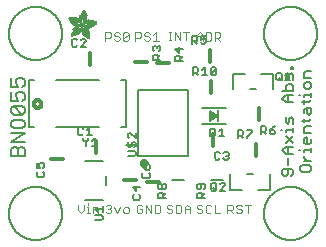
<source format=gbr>
G04 EAGLE Gerber RS-274X export*
G75*
%MOMM*%
%FSLAX34Y34*%
%LPD*%
%INSilkscreen Top*%
%IPPOS*%
%AMOC8*
5,1,8,0,0,1.08239X$1,22.5*%
G01*
%ADD10C,0.152400*%
%ADD11C,0.101600*%
%ADD12C,0.127000*%
%ADD13C,0.350000*%
%ADD14C,0.304800*%
%ADD15C,0.203200*%
%ADD16R,0.200000X1.000000*%
%ADD17R,0.034300X0.003800*%
%ADD18R,0.057200X0.003800*%
%ADD19R,0.076200X0.003800*%
%ADD20R,0.091400X0.003800*%
%ADD21R,0.102900X0.003800*%
%ADD22R,0.114300X0.003900*%
%ADD23R,0.129500X0.003800*%
%ADD24R,0.137200X0.003800*%
%ADD25R,0.144800X0.003800*%
%ADD26R,0.152400X0.003800*%
%ADD27R,0.160000X0.003800*%
%ADD28R,0.171500X0.003800*%
%ADD29R,0.175300X0.003800*%
%ADD30R,0.182900X0.003800*%
%ADD31R,0.190500X0.003800*%
%ADD32R,0.194300X0.003900*%
%ADD33R,0.201900X0.003800*%
%ADD34R,0.209500X0.003800*%
%ADD35R,0.213400X0.003800*%
%ADD36R,0.221000X0.003800*%
%ADD37R,0.224800X0.003800*%
%ADD38R,0.232400X0.003800*%
%ADD39R,0.240000X0.003800*%
%ADD40R,0.243800X0.003800*%
%ADD41R,0.247600X0.003800*%
%ADD42R,0.255300X0.003900*%
%ADD43R,0.259100X0.003800*%
%ADD44R,0.262900X0.003800*%
%ADD45R,0.270500X0.003800*%
%ADD46R,0.274300X0.003800*%
%ADD47R,0.281900X0.003800*%
%ADD48R,0.285700X0.003800*%
%ADD49R,0.289500X0.003800*%
%ADD50R,0.297200X0.003800*%
%ADD51R,0.301000X0.003800*%
%ADD52R,0.304800X0.003900*%
%ADD53R,0.312400X0.003800*%
%ADD54R,0.316200X0.003800*%
%ADD55R,0.320000X0.003800*%
%ADD56R,0.327600X0.003800*%
%ADD57R,0.331500X0.003800*%
%ADD58R,0.339100X0.003800*%
%ADD59R,0.342900X0.003800*%
%ADD60R,0.346700X0.003800*%
%ADD61R,0.354300X0.003800*%
%ADD62R,0.358100X0.003900*%
%ADD63R,0.361900X0.003800*%
%ADD64R,0.369600X0.003800*%
%ADD65R,0.373400X0.003800*%
%ADD66R,0.377200X0.003800*%
%ADD67R,0.384800X0.003800*%
%ADD68R,0.388600X0.003800*%
%ADD69R,0.396200X0.003800*%
%ADD70R,0.400000X0.003800*%
%ADD71R,0.403800X0.003800*%
%ADD72R,0.411500X0.003900*%
%ADD73R,0.415300X0.003800*%
%ADD74R,0.419100X0.003800*%
%ADD75R,0.045700X0.003800*%
%ADD76R,0.426700X0.003800*%
%ADD77R,0.072400X0.003800*%
%ADD78R,0.430500X0.003800*%
%ADD79R,0.095300X0.003800*%
%ADD80R,0.438100X0.003800*%
%ADD81R,0.110500X0.003800*%
%ADD82R,0.441900X0.003800*%
%ADD83R,0.445800X0.003800*%
%ADD84R,0.144700X0.003800*%
%ADD85R,0.453400X0.003800*%
%ADD86R,0.457200X0.003800*%
%ADD87R,0.175300X0.003900*%
%ADD88R,0.461000X0.003900*%
%ADD89R,0.468600X0.003800*%
%ADD90R,0.205800X0.003800*%
%ADD91R,0.472400X0.003800*%
%ADD92R,0.217200X0.003800*%
%ADD93R,0.476200X0.003800*%
%ADD94R,0.483900X0.003800*%
%ADD95R,0.247700X0.003800*%
%ADD96R,0.487700X0.003800*%
%ADD97R,0.495300X0.003800*%
%ADD98R,0.499100X0.003800*%
%ADD99R,0.502900X0.003800*%
%ADD100R,0.510500X0.003800*%
%ADD101R,0.308600X0.003900*%
%ADD102R,0.514300X0.003900*%
%ADD103R,0.323800X0.003800*%
%ADD104R,0.518100X0.003800*%
%ADD105R,0.335300X0.003800*%
%ADD106R,0.525800X0.003800*%
%ADD107R,0.529600X0.003800*%
%ADD108R,0.358100X0.003800*%
%ADD109R,0.533400X0.003800*%
%ADD110R,0.537200X0.003800*%
%ADD111R,0.381000X0.003800*%
%ADD112R,0.544800X0.003800*%
%ADD113R,0.392400X0.003800*%
%ADD114R,0.548600X0.003800*%
%ADD115R,0.552400X0.003800*%
%ADD116R,0.556200X0.003800*%
%ADD117R,0.422900X0.003900*%
%ADD118R,0.560100X0.003900*%
%ADD119R,0.434300X0.003800*%
%ADD120R,0.563900X0.003800*%
%ADD121R,0.567700X0.003800*%
%ADD122R,0.461000X0.003800*%
%ADD123R,0.571500X0.003800*%
%ADD124R,0.575300X0.003800*%
%ADD125R,0.480100X0.003800*%
%ADD126R,0.579100X0.003800*%
%ADD127R,0.491500X0.003800*%
%ADD128R,0.582900X0.003800*%
%ADD129R,0.586700X0.003800*%
%ADD130R,0.510600X0.003800*%
%ADD131R,0.590500X0.003800*%
%ADD132R,0.522000X0.003800*%
%ADD133R,0.594300X0.003800*%
%ADD134R,0.533400X0.003900*%
%ADD135R,0.598200X0.003900*%
%ADD136R,0.541000X0.003800*%
%ADD137R,0.602000X0.003800*%
%ADD138R,0.552500X0.003800*%
%ADD139R,0.605800X0.003800*%
%ADD140R,0.560100X0.003800*%
%ADD141R,0.609600X0.003800*%
%ADD142R,0.613400X0.003800*%
%ADD143R,0.583000X0.003800*%
%ADD144R,0.617200X0.003800*%
%ADD145R,0.594400X0.003800*%
%ADD146R,0.621000X0.003800*%
%ADD147R,0.598200X0.003800*%
%ADD148R,0.624800X0.003800*%
%ADD149R,0.613500X0.003900*%
%ADD150R,0.628600X0.003900*%
%ADD151R,0.632400X0.003800*%
%ADD152R,0.628600X0.003800*%
%ADD153R,0.636300X0.003800*%
%ADD154R,0.640100X0.003800*%
%ADD155R,0.636200X0.003800*%
%ADD156R,0.643900X0.003800*%
%ADD157R,0.647700X0.003800*%
%ADD158R,0.651500X0.003800*%
%ADD159R,0.659100X0.003800*%
%ADD160R,0.659100X0.003900*%
%ADD161R,0.655300X0.003900*%
%ADD162R,0.662900X0.003800*%
%ADD163R,0.655300X0.003800*%
%ADD164R,0.670500X0.003800*%
%ADD165R,0.670600X0.003800*%
%ADD166R,0.674400X0.003800*%
%ADD167R,0.682000X0.003800*%
%ADD168R,0.666700X0.003800*%
%ADD169R,0.685800X0.003800*%
%ADD170R,0.689600X0.003800*%
%ADD171R,0.693400X0.003900*%
%ADD172R,0.674400X0.003900*%
%ADD173R,0.697200X0.003800*%
%ADD174R,0.678200X0.003800*%
%ADD175R,0.697300X0.003800*%
%ADD176R,0.701100X0.003800*%
%ADD177R,0.704900X0.003800*%
%ADD178R,0.708700X0.003800*%
%ADD179R,0.712500X0.003800*%
%ADD180R,0.716300X0.003800*%
%ADD181R,0.720100X0.003900*%
%ADD182R,0.689600X0.003900*%
%ADD183R,0.720000X0.003800*%
%ADD184R,0.693400X0.003800*%
%ADD185R,0.723900X0.003800*%
%ADD186R,0.727700X0.003800*%
%ADD187R,0.731500X0.003800*%
%ADD188R,0.701000X0.003800*%
%ADD189R,0.735300X0.003800*%
%ADD190R,0.731500X0.003900*%
%ADD191R,0.701000X0.003900*%
%ADD192R,0.704800X0.003800*%
%ADD193R,0.739100X0.003800*%
%ADD194R,0.743000X0.003800*%
%ADD195R,0.739200X0.003800*%
%ADD196R,0.743000X0.003900*%
%ADD197R,0.704800X0.003900*%
%ADD198R,0.746800X0.003800*%
%ADD199R,0.746800X0.003900*%
%ADD200R,0.742900X0.003800*%
%ADD201R,0.746700X0.003800*%
%ADD202R,0.746700X0.003900*%
%ADD203R,1.428800X0.003800*%
%ADD204R,1.424900X0.003800*%
%ADD205R,1.421100X0.003900*%
%ADD206R,1.421100X0.003800*%
%ADD207R,1.417300X0.003800*%
%ADD208R,1.413500X0.003800*%
%ADD209R,1.409700X0.003800*%
%ADD210R,1.405900X0.003800*%
%ADD211R,1.402100X0.003800*%
%ADD212R,1.398300X0.003800*%
%ADD213R,0.983000X0.003900*%
%ADD214R,0.384800X0.003900*%
%ADD215R,0.971600X0.003800*%
%ADD216R,0.963900X0.003800*%
%ADD217R,0.956300X0.003800*%
%ADD218R,0.365800X0.003800*%
%ADD219R,0.952500X0.003800*%
%ADD220R,0.941000X0.003800*%
%ADD221R,0.358200X0.003800*%
%ADD222R,0.937200X0.003800*%
%ADD223R,0.933400X0.003800*%
%ADD224R,0.354400X0.003800*%
%ADD225R,0.925800X0.003800*%
%ADD226R,0.350500X0.003800*%
%ADD227R,0.922000X0.003800*%
%ADD228R,0.918200X0.003900*%
%ADD229R,0.346700X0.003900*%
%ADD230R,0.910600X0.003800*%
%ADD231R,0.906800X0.003800*%
%ADD232R,0.903000X0.003800*%
%ADD233R,0.339000X0.003800*%
%ADD234R,0.895300X0.003800*%
%ADD235R,0.335200X0.003800*%
%ADD236R,0.887700X0.003800*%
%ADD237R,0.883900X0.003800*%
%ADD238R,0.331400X0.003800*%
%ADD239R,0.880100X0.003800*%
%ADD240R,0.876300X0.003800*%
%ADD241R,0.468600X0.003900*%
%ADD242R,0.396200X0.003900*%
%ADD243R,0.323800X0.003900*%
%ADD244R,0.449600X0.003800*%
%ADD245R,0.323900X0.003800*%
%ADD246R,0.442000X0.003800*%
%ADD247R,0.434400X0.003800*%
%ADD248R,0.320100X0.003800*%
%ADD249R,0.316300X0.003800*%
%ADD250R,0.426800X0.003800*%
%ADD251R,0.327700X0.003800*%
%ADD252R,0.312500X0.003800*%
%ADD253R,0.422900X0.003800*%
%ADD254R,0.308600X0.003800*%
%ADD255R,0.293400X0.003800*%
%ADD256R,0.304800X0.003800*%
%ADD257R,0.419100X0.003900*%
%ADD258R,0.285700X0.003900*%
%ADD259R,0.301000X0.003900*%
%ADD260R,0.411500X0.003800*%
%ADD261R,0.407700X0.003800*%
%ADD262R,0.289600X0.003800*%
%ADD263R,0.285800X0.003800*%
%ADD264R,0.403900X0.003800*%
%ADD265R,0.228600X0.003800*%
%ADD266R,0.403900X0.003900*%
%ADD267R,0.221000X0.003900*%
%ADD268R,0.278100X0.003900*%
%ADD269R,0.400100X0.003800*%
%ADD270R,0.209600X0.003800*%
%ADD271R,0.266700X0.003800*%
%ADD272R,0.038100X0.003800*%
%ADD273R,0.194300X0.003800*%
%ADD274R,0.148600X0.003800*%
%ADD275R,0.259000X0.003800*%
%ADD276R,0.182800X0.003800*%
%ADD277R,0.186700X0.003800*%
%ADD278R,0.251400X0.003800*%
%ADD279R,0.179100X0.003800*%
%ADD280R,0.236200X0.003800*%
%ADD281R,0.243900X0.003900*%
%ADD282R,0.282000X0.003900*%
%ADD283R,0.167700X0.003800*%
%ADD284R,0.236300X0.003800*%
%ADD285R,0.396300X0.003800*%
%ADD286R,0.163900X0.003800*%
%ADD287R,0.392500X0.003800*%
%ADD288R,0.160100X0.003800*%
%ADD289R,0.586800X0.003800*%
%ADD290R,0.148500X0.003800*%
%ADD291R,0.140900X0.003800*%
%ADD292R,0.392400X0.003900*%
%ADD293R,0.140900X0.003900*%
%ADD294R,0.647700X0.003900*%
%ADD295R,0.133300X0.003800*%
%ADD296R,0.674300X0.003800*%
%ADD297R,0.388700X0.003800*%
%ADD298R,0.125700X0.003800*%
%ADD299R,0.121900X0.003800*%
%ADD300R,0.720100X0.003800*%
%ADD301R,0.118100X0.003800*%
%ADD302R,0.118100X0.003900*%
%ADD303R,0.739100X0.003900*%
%ADD304R,0.114300X0.003800*%
%ADD305R,0.754400X0.003800*%
%ADD306R,0.765800X0.003800*%
%ADD307R,0.773400X0.003800*%
%ADD308R,0.784800X0.003800*%
%ADD309R,0.118200X0.003800*%
%ADD310R,0.792500X0.003800*%
%ADD311R,0.803900X0.003800*%
%ADD312R,0.122000X0.003800*%
%ADD313R,0.815400X0.003800*%
%ADD314R,0.125800X0.003800*%
%ADD315R,0.826800X0.003800*%
%ADD316R,0.369500X0.003900*%
%ADD317R,0.133400X0.003900*%
%ADD318R,0.842000X0.003900*%
%ADD319R,0.365700X0.003800*%
%ADD320R,1.009700X0.003800*%
%ADD321R,1.013500X0.003800*%
%ADD322R,0.362000X0.003800*%
%ADD323R,1.024900X0.003800*%
%ADD324R,1.028700X0.003800*%
%ADD325R,1.036300X0.003800*%
%ADD326R,1.047800X0.003800*%
%ADD327R,1.055400X0.003800*%
%ADD328R,1.070600X0.003800*%
%ADD329R,0.030500X0.003800*%
%ADD330R,1.436400X0.003800*%
%ADD331R,1.562100X0.003900*%
%ADD332R,1.588700X0.003800*%
%ADD333R,1.607800X0.003800*%
%ADD334R,1.626900X0.003800*%
%ADD335R,1.642100X0.003800*%
%ADD336R,1.657400X0.003800*%
%ADD337R,1.676400X0.003800*%
%ADD338R,1.687800X0.003800*%
%ADD339R,1.703000X0.003800*%
%ADD340R,1.714500X0.003800*%
%ADD341R,1.726000X0.003900*%
%ADD342R,1.741200X0.003800*%
%ADD343R,0.914400X0.003800*%
%ADD344R,0.769600X0.003800*%
%ADD345R,0.884000X0.003800*%
%ADD346R,0.712400X0.003800*%
%ADD347R,0.880100X0.003900*%
%ADD348R,0.887800X0.003800*%
%ADD349R,0.891600X0.003800*%
%ADD350R,0.895400X0.003800*%
%ADD351R,0.251500X0.003800*%
%ADD352R,0.579200X0.003900*%
%ADD353R,0.243900X0.003800*%
%ADD354R,0.556300X0.003800*%
%ADD355R,0.255200X0.003800*%
%ADD356R,0.529500X0.003800*%
%ADD357R,0.731600X0.003800*%
%ADD358R,0.525800X0.003900*%
%ADD359R,0.281900X0.003900*%
%ADD360R,0.735400X0.003900*%
%ADD361R,0.300900X0.003800*%
%ADD362R,0.762000X0.003800*%
%ADD363R,0.518200X0.003800*%
%ADD364R,0.350600X0.003800*%
%ADD365R,0.796300X0.003800*%
%ADD366R,0.807800X0.003800*%
%ADD367R,0.506700X0.003800*%
%ADD368R,0.849600X0.003800*%
%ADD369R,0.506700X0.003900*%
%ADD370R,1.371600X0.003900*%
%ADD371R,1.207800X0.003800*%
%ADD372R,0.503000X0.003800*%
%ADD373R,0.141000X0.003800*%
%ADD374R,1.203900X0.003800*%
%ADD375R,1.204000X0.003800*%
%ADD376R,1.200200X0.003800*%
%ADD377R,0.499100X0.003900*%
%ADD378R,0.156200X0.003900*%
%ADD379R,1.196400X0.003900*%
%ADD380R,1.196400X0.003800*%
%ADD381R,0.163800X0.003800*%
%ADD382R,0.167600X0.003800*%
%ADD383R,1.192500X0.003800*%
%ADD384R,0.499200X0.003800*%
%ADD385R,1.188700X0.003800*%
%ADD386R,0.506800X0.003800*%
%ADD387R,1.184900X0.003800*%
%ADD388R,0.510600X0.003900*%
%ADD389R,0.209600X0.003900*%
%ADD390R,1.181100X0.003900*%
%ADD391R,0.514400X0.003800*%
%ADD392R,1.181100X0.003800*%
%ADD393R,1.177300X0.003800*%
%ADD394R,0.240100X0.003800*%
%ADD395R,1.173500X0.003800*%
%ADD396R,1.169700X0.003800*%
%ADD397R,1.165900X0.003800*%
%ADD398R,1.162100X0.003800*%
%ADD399R,0.929700X0.003900*%
%ADD400R,1.162100X0.003900*%
%ADD401R,0.929700X0.003800*%
%ADD402R,1.154500X0.003800*%
%ADD403R,0.933500X0.003800*%
%ADD404R,1.150600X0.003800*%
%ADD405R,0.937300X0.003800*%
%ADD406R,1.146800X0.003800*%
%ADD407R,0.941100X0.003800*%
%ADD408R,1.139200X0.003800*%
%ADD409R,0.944900X0.003800*%
%ADD410R,1.135400X0.003800*%
%ADD411R,0.948700X0.003800*%
%ADD412R,1.127800X0.003800*%
%ADD413R,1.124000X0.003800*%
%ADD414R,1.116400X0.003800*%
%ADD415R,0.956300X0.003900*%
%ADD416R,1.104900X0.003900*%
%ADD417R,0.960100X0.003800*%
%ADD418R,1.093500X0.003800*%
%ADD419R,1.085900X0.003800*%
%ADD420R,0.967800X0.003800*%
%ADD421R,1.074500X0.003800*%
%ADD422R,1.063000X0.003800*%
%ADD423R,0.975400X0.003800*%
%ADD424R,1.036400X0.003800*%
%ADD425R,0.979200X0.003800*%
%ADD426R,1.021000X0.003800*%
%ADD427R,0.983000X0.003800*%
%ADD428R,1.009600X0.003800*%
%ADD429R,0.986800X0.003800*%
%ADD430R,0.998200X0.003800*%
%ADD431R,0.990600X0.003900*%
%ADD432R,0.986700X0.003900*%
%ADD433R,0.994400X0.003800*%
%ADD434R,0.975300X0.003800*%
%ADD435R,0.948600X0.003800*%
%ADD436R,1.002000X0.003800*%
%ADD437R,0.213300X0.003800*%
%ADD438R,0.217100X0.003800*%
%ADD439R,1.017300X0.003800*%
%ADD440R,0.666800X0.003800*%
%ADD441R,0.220900X0.003800*%
%ADD442R,1.028700X0.003900*%
%ADD443R,0.224700X0.003900*%
%ADD444R,1.032500X0.003800*%
%ADD445R,1.040100X0.003800*%
%ADD446R,1.043900X0.003800*%
%ADD447R,0.548700X0.003800*%
%ADD448R,1.051500X0.003800*%
%ADD449R,1.055300X0.003800*%
%ADD450R,1.059100X0.003800*%
%ADD451R,1.062900X0.003800*%
%ADD452R,0.255300X0.003800*%
%ADD453R,1.066800X0.003900*%
%ADD454R,0.259100X0.003900*%
%ADD455R,0.457200X0.003900*%
%ADD456R,0.423000X0.003800*%
%ADD457R,1.082100X0.003800*%
%ADD458R,0.274400X0.003800*%
%ADD459R,0.278200X0.003800*%
%ADD460R,1.101100X0.003800*%
%ADD461R,0.278100X0.003800*%
%ADD462R,0.876300X0.003900*%
%ADD463R,0.236200X0.003900*%
%ADD464R,0.289600X0.003900*%
%ADD465R,0.247700X0.003900*%
%ADD466R,0.049500X0.003800*%
%ADD467R,0.640100X0.003900*%
%ADD468R,0.659200X0.003800*%
%ADD469R,0.663000X0.003800*%
%ADD470R,0.872500X0.003900*%
%ADD471R,0.666800X0.003900*%
%ADD472R,0.872500X0.003800*%
%ADD473R,0.868700X0.003800*%
%ADD474R,0.864900X0.003800*%
%ADD475R,0.861100X0.003800*%
%ADD476R,0.857300X0.003800*%
%ADD477R,0.853400X0.003800*%
%ADD478R,0.845800X0.003800*%
%ADD479R,0.682000X0.003900*%
%ADD480R,0.842000X0.003800*%
%ADD481R,0.834400X0.003800*%
%ADD482R,0.823000X0.003800*%
%ADD483R,0.815300X0.003800*%
%ADD484R,0.811500X0.003800*%
%ADD485R,0.788700X0.003800*%
%ADD486R,0.777300X0.003900*%
%ADD487R,0.750600X0.003800*%
%ADD488R,0.735400X0.003800*%
%ADD489R,0.727800X0.003800*%
%ADD490R,0.628700X0.003800*%
%ADD491R,0.575400X0.003800*%
%ADD492R,0.670600X0.003900*%
%ADD493R,0.655400X0.003800*%
%ADD494R,0.651500X0.003900*%
%ADD495R,0.624800X0.003900*%
%ADD496R,0.594400X0.003900*%
%ADD497R,0.563900X0.003900*%
%ADD498R,0.541100X0.003800*%
%ADD499R,0.537300X0.003800*%
%ADD500R,0.525700X0.003800*%
%ADD501R,0.525700X0.003900*%
%ADD502R,0.514300X0.003800*%
%ADD503R,0.480100X0.003900*%
%ADD504R,0.464800X0.003800*%
%ADD505R,0.442000X0.003900*%
%ADD506R,0.438200X0.003800*%
%ADD507R,0.430600X0.003800*%
%ADD508R,0.407600X0.003800*%
%ADD509R,0.403800X0.003900*%
%ADD510R,0.365700X0.003900*%
%ADD511R,0.327700X0.003900*%
%ADD512R,0.243800X0.003900*%
%ADD513R,0.205800X0.003900*%
%ADD514R,0.198100X0.003800*%
%ADD515R,0.163800X0.003900*%
%ADD516R,0.137100X0.003800*%
%ADD517R,0.091500X0.003900*%
%ADD518R,0.060900X0.003800*%

G36*
X174575Y104943D02*
X174575Y104943D01*
X174646Y104941D01*
X174716Y104960D01*
X174787Y104968D01*
X174842Y104993D01*
X174921Y105013D01*
X175024Y105074D01*
X175093Y105105D01*
X178093Y107105D01*
X178180Y107182D01*
X178270Y107255D01*
X178285Y107277D01*
X178305Y107295D01*
X178367Y107392D01*
X178434Y107487D01*
X178442Y107513D01*
X178457Y107535D01*
X178489Y107646D01*
X178527Y107756D01*
X178528Y107783D01*
X178535Y107808D01*
X178535Y107924D01*
X178541Y108040D01*
X178535Y108066D01*
X178535Y108093D01*
X178503Y108204D01*
X178477Y108317D01*
X178464Y108340D01*
X178456Y108366D01*
X178394Y108464D01*
X178338Y108565D01*
X178320Y108581D01*
X178305Y108606D01*
X178097Y108791D01*
X178093Y108795D01*
X175093Y110795D01*
X175029Y110826D01*
X174969Y110866D01*
X174901Y110887D01*
X174837Y110918D01*
X174766Y110930D01*
X174698Y110951D01*
X174627Y110953D01*
X174557Y110965D01*
X174485Y110957D01*
X174414Y110959D01*
X174345Y110941D01*
X174274Y110932D01*
X174208Y110905D01*
X174139Y110887D01*
X174078Y110850D01*
X174012Y110823D01*
X173956Y110778D01*
X173894Y110742D01*
X173845Y110690D01*
X173790Y110645D01*
X173749Y110587D01*
X173700Y110534D01*
X173667Y110471D01*
X173626Y110413D01*
X173603Y110345D01*
X173570Y110281D01*
X173560Y110222D01*
X173533Y110144D01*
X173527Y110025D01*
X173515Y109950D01*
X173515Y105950D01*
X173525Y105879D01*
X173525Y105807D01*
X173545Y105739D01*
X173555Y105669D01*
X173584Y105603D01*
X173604Y105534D01*
X173642Y105474D01*
X173671Y105409D01*
X173717Y105354D01*
X173755Y105294D01*
X173809Y105246D01*
X173855Y105192D01*
X173914Y105152D01*
X173968Y105105D01*
X174032Y105074D01*
X174091Y105035D01*
X174160Y105013D01*
X174224Y104982D01*
X174294Y104970D01*
X174362Y104949D01*
X174434Y104947D01*
X174505Y104935D01*
X174575Y104943D01*
G37*
D10*
X16088Y73850D02*
X4902Y73850D01*
X4902Y79443D01*
X6767Y81307D01*
X8631Y81307D01*
X10495Y79443D01*
X12360Y81307D01*
X14224Y81307D01*
X16088Y79443D01*
X16088Y73850D01*
X10495Y73850D02*
X10495Y79443D01*
X16088Y85544D02*
X4902Y85544D01*
X16088Y93001D01*
X4902Y93001D01*
X4902Y99102D02*
X4902Y102831D01*
X4902Y99102D02*
X6767Y97238D01*
X14224Y97238D01*
X16088Y99102D01*
X16088Y102831D01*
X14224Y104695D01*
X6767Y104695D01*
X4902Y102831D01*
X6767Y108932D02*
X14224Y108932D01*
X6767Y108932D02*
X4902Y110796D01*
X4902Y114525D01*
X6767Y116389D01*
X14224Y116389D01*
X16088Y114525D01*
X16088Y110796D01*
X14224Y108932D01*
X6767Y116389D01*
X4902Y120626D02*
X4902Y128083D01*
X4902Y120626D02*
X10495Y120626D01*
X8631Y124354D01*
X8631Y126219D01*
X10495Y128083D01*
X14224Y128083D01*
X16088Y126219D01*
X16088Y122490D01*
X14224Y120626D01*
X4902Y132320D02*
X4902Y139777D01*
X4902Y132320D02*
X10495Y132320D01*
X8631Y136048D01*
X8631Y137913D01*
X10495Y139777D01*
X14224Y139777D01*
X16088Y137913D01*
X16088Y134184D01*
X14224Y132320D01*
D11*
X61269Y32772D02*
X61269Y28027D01*
X63642Y25654D01*
X66015Y28027D01*
X66015Y32772D01*
X68753Y30399D02*
X69940Y30399D01*
X69940Y25654D01*
X71126Y25654D02*
X68753Y25654D01*
X69940Y32772D02*
X69940Y33958D01*
X73743Y30399D02*
X73743Y25654D01*
X73743Y30399D02*
X77302Y30399D01*
X78488Y29213D01*
X78488Y25654D01*
X114711Y32772D02*
X115897Y31586D01*
X114711Y32772D02*
X112338Y32772D01*
X111152Y31586D01*
X111152Y26840D01*
X112338Y25654D01*
X114711Y25654D01*
X115897Y26840D01*
X115897Y29213D01*
X113524Y29213D01*
X118636Y25654D02*
X118636Y32772D01*
X123381Y25654D01*
X123381Y32772D01*
X126120Y32772D02*
X126120Y25654D01*
X129679Y25654D01*
X130865Y26840D01*
X130865Y31586D01*
X129679Y32772D01*
X126120Y32772D01*
X140111Y32772D02*
X141297Y31586D01*
X140111Y32772D02*
X137738Y32772D01*
X136552Y31586D01*
X136552Y30399D01*
X137738Y29213D01*
X140111Y29213D01*
X141297Y28027D01*
X141297Y26840D01*
X140111Y25654D01*
X137738Y25654D01*
X136552Y26840D01*
X144036Y25654D02*
X144036Y32772D01*
X144036Y25654D02*
X147595Y25654D01*
X148781Y26840D01*
X148781Y31586D01*
X147595Y32772D01*
X144036Y32772D01*
X151520Y30399D02*
X151520Y25654D01*
X151520Y30399D02*
X153893Y32772D01*
X156265Y30399D01*
X156265Y25654D01*
X156265Y29213D02*
X151520Y29213D01*
X165511Y32772D02*
X166697Y31586D01*
X165511Y32772D02*
X163138Y32772D01*
X161952Y31586D01*
X161952Y30399D01*
X163138Y29213D01*
X165511Y29213D01*
X166697Y28027D01*
X166697Y26840D01*
X165511Y25654D01*
X163138Y25654D01*
X161952Y26840D01*
X172995Y32772D02*
X174181Y31586D01*
X172995Y32772D02*
X170622Y32772D01*
X169436Y31586D01*
X169436Y26840D01*
X170622Y25654D01*
X172995Y25654D01*
X174181Y26840D01*
X176920Y25654D02*
X176920Y32772D01*
X176920Y25654D02*
X181665Y25654D01*
X140482Y172184D02*
X138109Y172184D01*
X139295Y172184D02*
X139295Y179302D01*
X138109Y179302D02*
X140482Y179302D01*
X143099Y179302D02*
X143099Y172184D01*
X147844Y172184D02*
X143099Y179302D01*
X147844Y179302D02*
X147844Y172184D01*
X152955Y172184D02*
X152955Y179302D01*
X150583Y179302D02*
X155328Y179302D01*
X187752Y32772D02*
X187752Y25654D01*
X187752Y32772D02*
X191311Y32772D01*
X192497Y31586D01*
X192497Y29213D01*
X191311Y28027D01*
X187752Y28027D01*
X190124Y28027D02*
X192497Y25654D01*
X198795Y32772D02*
X199981Y31586D01*
X198795Y32772D02*
X196422Y32772D01*
X195236Y31586D01*
X195236Y30399D01*
X196422Y29213D01*
X198795Y29213D01*
X199981Y28027D01*
X199981Y26840D01*
X198795Y25654D01*
X196422Y25654D01*
X195236Y26840D01*
X205093Y25654D02*
X205093Y32772D01*
X207465Y32772D02*
X202720Y32772D01*
X84482Y171704D02*
X84482Y178822D01*
X88041Y178822D01*
X89227Y177636D01*
X89227Y175263D01*
X88041Y174077D01*
X84482Y174077D01*
X95525Y178822D02*
X96711Y177636D01*
X95525Y178822D02*
X93152Y178822D01*
X91966Y177636D01*
X91966Y176449D01*
X93152Y175263D01*
X95525Y175263D01*
X96711Y174077D01*
X96711Y172890D01*
X95525Y171704D01*
X93152Y171704D01*
X91966Y172890D01*
X99450Y172890D02*
X99450Y177636D01*
X100636Y178822D01*
X103009Y178822D01*
X104195Y177636D01*
X104195Y172890D01*
X103009Y171704D01*
X100636Y171704D01*
X99450Y172890D01*
X104195Y177636D01*
X109882Y178822D02*
X109882Y171704D01*
X109882Y178822D02*
X113441Y178822D01*
X114627Y177636D01*
X114627Y175263D01*
X113441Y174077D01*
X109882Y174077D01*
X120925Y178822D02*
X122111Y177636D01*
X120925Y178822D02*
X118552Y178822D01*
X117366Y177636D01*
X117366Y176449D01*
X118552Y175263D01*
X120925Y175263D01*
X122111Y174077D01*
X122111Y172890D01*
X120925Y171704D01*
X118552Y171704D01*
X117366Y172890D01*
X124850Y176449D02*
X127223Y178822D01*
X127223Y171704D01*
X129595Y171704D02*
X124850Y171704D01*
X85938Y32772D02*
X84752Y31586D01*
X85938Y32772D02*
X88311Y32772D01*
X89497Y31586D01*
X89497Y30399D01*
X88311Y29213D01*
X87124Y29213D01*
X88311Y29213D02*
X89497Y28027D01*
X89497Y26840D01*
X88311Y25654D01*
X85938Y25654D01*
X84752Y26840D01*
X92236Y30399D02*
X94609Y25654D01*
X96981Y30399D01*
X100906Y25654D02*
X103279Y25654D01*
X104465Y26840D01*
X104465Y29213D01*
X103279Y30399D01*
X100906Y30399D01*
X99720Y29213D01*
X99720Y26840D01*
X100906Y25654D01*
X162092Y171704D02*
X162092Y176449D01*
X164464Y178822D01*
X166837Y176449D01*
X166837Y171704D01*
X166837Y175263D02*
X162092Y175263D01*
X169576Y178822D02*
X169576Y171704D01*
X173135Y171704D01*
X174321Y172890D01*
X174321Y177636D01*
X173135Y178822D01*
X169576Y178822D01*
X177060Y178822D02*
X177060Y171704D01*
X177060Y178822D02*
X180619Y178822D01*
X181805Y177636D01*
X181805Y175263D01*
X180619Y174077D01*
X177060Y174077D01*
X179433Y174077D02*
X181805Y171704D01*
D12*
X243205Y58702D02*
X241722Y57219D01*
X243205Y58702D02*
X243205Y61668D01*
X241722Y63151D01*
X235790Y63151D01*
X234307Y61668D01*
X234307Y58702D01*
X235790Y57219D01*
X237273Y57219D01*
X238756Y58702D01*
X238756Y63151D01*
X238756Y66575D02*
X238756Y72506D01*
X237273Y75930D02*
X243205Y75930D01*
X237273Y75930D02*
X234307Y78896D01*
X237273Y81862D01*
X243205Y81862D01*
X238756Y81862D02*
X238756Y75930D01*
X237273Y85285D02*
X243205Y91217D01*
X243205Y85285D02*
X237273Y91217D01*
X237273Y94640D02*
X237273Y96123D01*
X243205Y96123D01*
X243205Y94640D02*
X243205Y97606D01*
X234307Y96123D02*
X232824Y96123D01*
X243205Y100877D02*
X243205Y105326D01*
X241722Y106809D01*
X240239Y105326D01*
X240239Y102360D01*
X238756Y100877D01*
X237273Y102360D01*
X237273Y106809D01*
X237273Y119587D02*
X243205Y119587D01*
X237273Y119587D02*
X234307Y122553D01*
X237273Y125519D01*
X243205Y125519D01*
X238756Y125519D02*
X238756Y119587D01*
X234307Y128943D02*
X243205Y128943D01*
X243205Y133391D01*
X241722Y134874D01*
X238756Y134874D01*
X237273Y133391D01*
X237273Y128943D01*
X243205Y138298D02*
X243205Y142747D01*
X241722Y144229D01*
X240239Y142747D01*
X240239Y139781D01*
X238756Y138298D01*
X237273Y139781D01*
X237273Y144229D01*
X241722Y147653D02*
X243205Y147653D01*
X241722Y147653D02*
X241722Y149136D01*
X243205Y149136D01*
X243205Y147653D01*
X249547Y64787D02*
X249547Y61821D01*
X251030Y60338D01*
X256962Y60338D01*
X258445Y61821D01*
X258445Y64787D01*
X256962Y66270D01*
X251030Y66270D01*
X249547Y64787D01*
X252513Y69693D02*
X258445Y69693D01*
X255479Y69693D02*
X252513Y72659D01*
X252513Y74142D01*
X252513Y77489D02*
X252513Y78972D01*
X258445Y78972D01*
X258445Y77489D02*
X258445Y80455D01*
X249547Y78972D02*
X248064Y78972D01*
X258445Y85209D02*
X258445Y88175D01*
X258445Y85209D02*
X256962Y83726D01*
X253996Y83726D01*
X252513Y85209D01*
X252513Y88175D01*
X253996Y89658D01*
X255479Y89658D01*
X255479Y83726D01*
X258445Y93081D02*
X252513Y93081D01*
X252513Y97530D01*
X253996Y99013D01*
X258445Y99013D01*
X256962Y103919D02*
X251030Y103919D01*
X256962Y103919D02*
X258445Y105402D01*
X252513Y105402D02*
X252513Y102436D01*
X252513Y110156D02*
X252513Y113122D01*
X253996Y114605D01*
X258445Y114605D01*
X258445Y110156D01*
X256962Y108673D01*
X255479Y110156D01*
X255479Y114605D01*
X256962Y119511D02*
X251030Y119511D01*
X256962Y119511D02*
X258445Y120994D01*
X252513Y120994D02*
X252513Y118028D01*
X252513Y124265D02*
X252513Y125748D01*
X258445Y125748D01*
X258445Y124265D02*
X258445Y127231D01*
X249547Y125748D02*
X248064Y125748D01*
X258445Y131985D02*
X258445Y134950D01*
X256962Y136433D01*
X253996Y136433D01*
X252513Y134950D01*
X252513Y131985D01*
X253996Y130502D01*
X256962Y130502D01*
X258445Y131985D01*
X258445Y139857D02*
X252513Y139857D01*
X252513Y144306D01*
X253996Y145789D01*
X258445Y145789D01*
X112350Y129600D02*
X112350Y73600D01*
X112350Y129600D02*
X154350Y129600D01*
X154350Y73600D01*
X112350Y73600D01*
D13*
X115350Y67600D02*
X115352Y67689D01*
X115358Y67778D01*
X115368Y67867D01*
X115382Y67955D01*
X115399Y68042D01*
X115421Y68128D01*
X115447Y68214D01*
X115476Y68298D01*
X115509Y68381D01*
X115545Y68462D01*
X115586Y68542D01*
X115629Y68619D01*
X115676Y68695D01*
X115727Y68768D01*
X115780Y68839D01*
X115837Y68908D01*
X115897Y68974D01*
X115960Y69038D01*
X116025Y69098D01*
X116093Y69156D01*
X116164Y69210D01*
X116237Y69261D01*
X116312Y69309D01*
X116389Y69354D01*
X116468Y69395D01*
X116549Y69432D01*
X116631Y69466D01*
X116715Y69497D01*
X116800Y69523D01*
X116886Y69546D01*
X116973Y69564D01*
X117061Y69579D01*
X117150Y69590D01*
X117239Y69597D01*
X117328Y69600D01*
X117417Y69599D01*
X117506Y69594D01*
X117594Y69585D01*
X117683Y69572D01*
X117770Y69555D01*
X117857Y69535D01*
X117943Y69510D01*
X118027Y69482D01*
X118110Y69450D01*
X118192Y69414D01*
X118272Y69375D01*
X118350Y69332D01*
X118426Y69286D01*
X118500Y69236D01*
X118572Y69183D01*
X118641Y69127D01*
X118708Y69068D01*
X118772Y69006D01*
X118833Y68942D01*
X118892Y68874D01*
X118947Y68804D01*
X118999Y68732D01*
X119048Y68657D01*
X119093Y68581D01*
X119135Y68502D01*
X119173Y68422D01*
X119208Y68340D01*
X119239Y68256D01*
X119267Y68171D01*
X119290Y68085D01*
X119310Y67998D01*
X119326Y67911D01*
X119338Y67822D01*
X119346Y67734D01*
X119350Y67645D01*
X119350Y67555D01*
X119346Y67466D01*
X119338Y67378D01*
X119326Y67289D01*
X119310Y67202D01*
X119290Y67115D01*
X119267Y67029D01*
X119239Y66944D01*
X119208Y66860D01*
X119173Y66778D01*
X119135Y66698D01*
X119093Y66619D01*
X119048Y66543D01*
X118999Y66468D01*
X118947Y66396D01*
X118892Y66326D01*
X118833Y66258D01*
X118772Y66194D01*
X118708Y66132D01*
X118641Y66073D01*
X118572Y66017D01*
X118500Y65964D01*
X118426Y65914D01*
X118350Y65868D01*
X118272Y65825D01*
X118192Y65786D01*
X118110Y65750D01*
X118027Y65718D01*
X117943Y65690D01*
X117857Y65665D01*
X117770Y65645D01*
X117683Y65628D01*
X117594Y65615D01*
X117506Y65606D01*
X117417Y65601D01*
X117328Y65600D01*
X117239Y65603D01*
X117150Y65610D01*
X117061Y65621D01*
X116973Y65636D01*
X116886Y65654D01*
X116800Y65677D01*
X116715Y65703D01*
X116631Y65734D01*
X116549Y65768D01*
X116468Y65805D01*
X116389Y65846D01*
X116312Y65891D01*
X116237Y65939D01*
X116164Y65990D01*
X116093Y66044D01*
X116025Y66102D01*
X115960Y66162D01*
X115897Y66226D01*
X115837Y66292D01*
X115780Y66361D01*
X115727Y66432D01*
X115676Y66505D01*
X115629Y66581D01*
X115586Y66658D01*
X115545Y66738D01*
X115509Y66819D01*
X115476Y66902D01*
X115447Y66986D01*
X115421Y67072D01*
X115399Y67158D01*
X115382Y67245D01*
X115368Y67333D01*
X115358Y67422D01*
X115352Y67511D01*
X115350Y67600D01*
D10*
X109006Y73962D02*
X103498Y73962D01*
X109006Y73962D02*
X110108Y75064D01*
X110108Y77267D01*
X109006Y78368D01*
X103498Y78368D01*
X109006Y81446D02*
X110108Y82548D01*
X110108Y84751D01*
X109006Y85853D01*
X107905Y85853D01*
X106803Y84751D01*
X106803Y82548D01*
X105702Y81446D01*
X104600Y81446D01*
X103498Y82548D01*
X103498Y84751D01*
X104600Y85853D01*
X102397Y83649D02*
X111210Y83649D01*
X110108Y88930D02*
X110108Y93337D01*
X105702Y93337D02*
X110108Y88930D01*
X105702Y93337D02*
X104600Y93337D01*
X103498Y92235D01*
X103498Y90032D01*
X104600Y88930D01*
D14*
X109220Y153670D02*
X119380Y153670D01*
D10*
X124581Y155339D02*
X131191Y155339D01*
X124581Y155339D02*
X124581Y158644D01*
X125683Y159745D01*
X127886Y159745D01*
X128988Y158644D01*
X128988Y155339D01*
X128988Y157542D02*
X131191Y159745D01*
X125683Y162823D02*
X124581Y163924D01*
X124581Y166128D01*
X125683Y167229D01*
X126785Y167229D01*
X127886Y166128D01*
X127886Y165026D01*
X127886Y166128D02*
X128988Y167229D01*
X130089Y167229D01*
X131191Y166128D01*
X131191Y163924D01*
X130089Y162823D01*
D14*
X128270Y152400D02*
X138430Y152400D01*
D10*
X143631Y154069D02*
X150241Y154069D01*
X143631Y154069D02*
X143631Y157374D01*
X144733Y158475D01*
X146936Y158475D01*
X148038Y157374D01*
X148038Y154069D01*
X148038Y156272D02*
X150241Y158475D01*
X150241Y164858D02*
X143631Y164858D01*
X146936Y161553D01*
X146936Y165959D01*
D14*
X172720Y163830D02*
X172720Y153670D01*
D10*
X157607Y169037D02*
X157607Y175647D01*
X160912Y175647D01*
X162013Y174545D01*
X162013Y172342D01*
X160912Y171240D01*
X157607Y171240D01*
X159810Y171240D02*
X162013Y169037D01*
X165091Y175647D02*
X169498Y175647D01*
X165091Y175647D02*
X165091Y172342D01*
X167294Y173443D01*
X168396Y173443D01*
X169498Y172342D01*
X169498Y170139D01*
X168396Y169037D01*
X166193Y169037D01*
X165091Y170139D01*
D14*
X214630Y114300D02*
X214630Y104140D01*
D10*
X216299Y98939D02*
X216299Y92329D01*
X216299Y98939D02*
X219604Y98939D01*
X220705Y97837D01*
X220705Y95634D01*
X219604Y94532D01*
X216299Y94532D01*
X218502Y94532D02*
X220705Y92329D01*
X225986Y97837D02*
X228189Y98939D01*
X225986Y97837D02*
X223783Y95634D01*
X223783Y93431D01*
X224884Y92329D01*
X227088Y92329D01*
X228189Y93431D01*
X228189Y94532D01*
X227088Y95634D01*
X223783Y95634D01*
D14*
X212090Y83820D02*
X212090Y73660D01*
D10*
X196977Y89027D02*
X196977Y95637D01*
X200282Y95637D01*
X201383Y94535D01*
X201383Y92332D01*
X200282Y91230D01*
X196977Y91230D01*
X199180Y91230D02*
X201383Y89027D01*
X204461Y95637D02*
X208868Y95637D01*
X208868Y94535D01*
X204461Y90129D01*
X204461Y89027D01*
D15*
X101960Y98110D02*
X97960Y98110D01*
X101960Y98110D02*
X101960Y138110D01*
X97960Y138110D01*
X78960Y138110D02*
X42960Y138110D01*
X42960Y98110D02*
X78960Y98110D01*
X23960Y98110D02*
X19960Y98110D01*
X19960Y138110D01*
X23960Y138110D01*
D14*
X23945Y117856D02*
X23947Y117969D01*
X23953Y118083D01*
X23963Y118196D01*
X23977Y118308D01*
X23995Y118421D01*
X24016Y118532D01*
X24042Y118642D01*
X24072Y118752D01*
X24105Y118860D01*
X24142Y118968D01*
X24183Y119074D01*
X24228Y119178D01*
X24276Y119281D01*
X24328Y119382D01*
X24383Y119481D01*
X24442Y119578D01*
X24504Y119673D01*
X24569Y119765D01*
X24638Y119856D01*
X24710Y119944D01*
X24784Y120029D01*
X24862Y120112D01*
X24943Y120192D01*
X25026Y120269D01*
X25112Y120343D01*
X25201Y120414D01*
X25291Y120482D01*
X25385Y120546D01*
X25480Y120607D01*
X25578Y120665D01*
X25677Y120720D01*
X25779Y120771D01*
X25882Y120818D01*
X25987Y120862D01*
X26093Y120902D01*
X26201Y120938D01*
X26309Y120970D01*
X26419Y120999D01*
X26530Y121023D01*
X26641Y121044D01*
X26754Y121061D01*
X26866Y121074D01*
X26980Y121083D01*
X27093Y121088D01*
X27206Y121089D01*
X27320Y121086D01*
X27433Y121079D01*
X27546Y121068D01*
X27659Y121053D01*
X27770Y121034D01*
X27882Y121012D01*
X27992Y120985D01*
X28101Y120954D01*
X28209Y120920D01*
X28316Y120882D01*
X28422Y120840D01*
X28526Y120795D01*
X28628Y120746D01*
X28729Y120693D01*
X28827Y120637D01*
X28924Y120577D01*
X29018Y120514D01*
X29110Y120448D01*
X29200Y120379D01*
X29287Y120306D01*
X29372Y120231D01*
X29454Y120152D01*
X29533Y120071D01*
X29609Y119987D01*
X29683Y119900D01*
X29753Y119811D01*
X29820Y119719D01*
X29884Y119626D01*
X29944Y119529D01*
X30001Y119431D01*
X30055Y119331D01*
X30105Y119229D01*
X30151Y119126D01*
X30194Y119021D01*
X30233Y118914D01*
X30268Y118806D01*
X30300Y118697D01*
X30327Y118587D01*
X30351Y118476D01*
X30371Y118365D01*
X30387Y118252D01*
X30399Y118139D01*
X30407Y118026D01*
X30411Y117913D01*
X30411Y117799D01*
X30407Y117686D01*
X30399Y117573D01*
X30387Y117460D01*
X30371Y117347D01*
X30351Y117236D01*
X30327Y117125D01*
X30300Y117015D01*
X30268Y116906D01*
X30233Y116798D01*
X30194Y116691D01*
X30151Y116586D01*
X30105Y116483D01*
X30055Y116381D01*
X30001Y116281D01*
X29944Y116183D01*
X29884Y116086D01*
X29820Y115993D01*
X29753Y115901D01*
X29683Y115812D01*
X29609Y115725D01*
X29533Y115641D01*
X29454Y115560D01*
X29372Y115481D01*
X29287Y115406D01*
X29200Y115333D01*
X29110Y115264D01*
X29018Y115198D01*
X28924Y115135D01*
X28827Y115075D01*
X28729Y115019D01*
X28628Y114966D01*
X28526Y114917D01*
X28422Y114872D01*
X28316Y114830D01*
X28209Y114792D01*
X28101Y114758D01*
X27992Y114727D01*
X27882Y114700D01*
X27770Y114678D01*
X27659Y114659D01*
X27546Y114644D01*
X27433Y114633D01*
X27320Y114626D01*
X27206Y114623D01*
X27093Y114624D01*
X26980Y114629D01*
X26866Y114638D01*
X26754Y114651D01*
X26641Y114668D01*
X26530Y114689D01*
X26419Y114713D01*
X26309Y114742D01*
X26201Y114774D01*
X26093Y114810D01*
X25987Y114850D01*
X25882Y114894D01*
X25779Y114941D01*
X25677Y114992D01*
X25578Y115047D01*
X25480Y115105D01*
X25385Y115166D01*
X25291Y115230D01*
X25201Y115298D01*
X25112Y115369D01*
X25026Y115443D01*
X24943Y115520D01*
X24862Y115600D01*
X24784Y115683D01*
X24710Y115768D01*
X24638Y115856D01*
X24569Y115947D01*
X24504Y116039D01*
X24442Y116134D01*
X24383Y116231D01*
X24328Y116330D01*
X24276Y116431D01*
X24228Y116534D01*
X24183Y116638D01*
X24142Y116744D01*
X24105Y116852D01*
X24072Y116960D01*
X24042Y117070D01*
X24016Y117180D01*
X23995Y117291D01*
X23977Y117404D01*
X23963Y117516D01*
X23953Y117629D01*
X23947Y117743D01*
X23945Y117856D01*
D10*
X65754Y88814D02*
X65754Y87712D01*
X67957Y85509D01*
X70160Y87712D01*
X70160Y88814D01*
X67957Y85509D02*
X67957Y82204D01*
X73238Y86610D02*
X75441Y88814D01*
X75441Y82204D01*
X73238Y82204D02*
X77644Y82204D01*
D14*
X76200Y86360D02*
X76200Y76200D01*
D10*
X65493Y97075D02*
X64392Y98177D01*
X62189Y98177D01*
X61087Y97075D01*
X61087Y92669D01*
X62189Y91567D01*
X64392Y91567D01*
X65493Y92669D01*
X68571Y95973D02*
X70774Y98177D01*
X70774Y91567D01*
X68571Y91567D02*
X72978Y91567D01*
D14*
X71120Y151130D02*
X71120Y161290D01*
D10*
X60413Y172005D02*
X59312Y173107D01*
X57109Y173107D01*
X56007Y172005D01*
X56007Y167599D01*
X57109Y166497D01*
X59312Y166497D01*
X60413Y167599D01*
X63491Y166497D02*
X67898Y166497D01*
X67898Y170903D02*
X63491Y166497D01*
X67898Y170903D02*
X67898Y172005D01*
X66796Y173107D01*
X64593Y173107D01*
X63491Y172005D01*
D14*
X175260Y92710D02*
X175260Y82550D01*
D10*
X180234Y77349D02*
X181335Y76247D01*
X180234Y77349D02*
X178030Y77349D01*
X176929Y76247D01*
X176929Y71841D01*
X178030Y70739D01*
X180234Y70739D01*
X181335Y71841D01*
X184413Y76247D02*
X185514Y77349D01*
X187718Y77349D01*
X188819Y76247D01*
X188819Y75145D01*
X187718Y74044D01*
X186616Y74044D01*
X187718Y74044D02*
X188819Y72942D01*
X188819Y71841D01*
X187718Y70739D01*
X185514Y70739D01*
X184413Y71841D01*
D14*
X129540Y52070D02*
X119380Y52070D01*
D10*
X108665Y41363D02*
X107563Y40262D01*
X107563Y38059D01*
X108665Y36957D01*
X113071Y36957D01*
X114173Y38059D01*
X114173Y40262D01*
X113071Y41363D01*
X114173Y47746D02*
X107563Y47746D01*
X110868Y44441D01*
X110868Y48848D01*
D15*
X192826Y130636D02*
X192826Y143764D01*
X202414Y143764D01*
X226274Y143764D02*
X226274Y130636D01*
X226274Y143764D02*
X216686Y143764D01*
X211774Y130556D02*
X207186Y130556D01*
D10*
X229362Y139024D02*
X229362Y143430D01*
X230464Y144532D01*
X232667Y144532D01*
X233768Y143430D01*
X233768Y139024D01*
X232667Y137922D01*
X230464Y137922D01*
X229362Y139024D01*
X231565Y140125D02*
X233768Y137922D01*
X236846Y142328D02*
X239049Y144532D01*
X239049Y137922D01*
X236846Y137922D02*
X241253Y137922D01*
D15*
X223734Y58594D02*
X223734Y45466D01*
X214146Y45466D01*
X190286Y45466D02*
X190286Y58594D01*
X190286Y45466D02*
X199874Y45466D01*
X204786Y58674D02*
X209374Y58674D01*
D10*
X173754Y50212D02*
X173754Y45806D01*
X173754Y50212D02*
X174855Y51314D01*
X177059Y51314D01*
X178160Y50212D01*
X178160Y45806D01*
X177059Y44704D01*
X174855Y44704D01*
X173754Y45806D01*
X175957Y46907D02*
X178160Y44704D01*
X181238Y44704D02*
X185644Y44704D01*
X181238Y44704D02*
X185644Y49110D01*
X185644Y50212D01*
X184543Y51314D01*
X182339Y51314D01*
X181238Y50212D01*
D15*
X151130Y53340D02*
X140970Y53340D01*
D10*
X135763Y38227D02*
X129153Y38227D01*
X129153Y41532D01*
X130255Y42633D01*
X132458Y42633D01*
X133560Y41532D01*
X133560Y38227D01*
X133560Y40430D02*
X135763Y42633D01*
X130255Y45711D02*
X129153Y46813D01*
X129153Y49016D01*
X130255Y50118D01*
X131357Y50118D01*
X132458Y49016D01*
X133560Y50118D01*
X134661Y50118D01*
X135763Y49016D01*
X135763Y46813D01*
X134661Y45711D01*
X133560Y45711D01*
X132458Y46813D01*
X131357Y45711D01*
X130255Y45711D01*
X132458Y46813D02*
X132458Y49016D01*
D15*
X173990Y53340D02*
X184150Y53340D01*
D10*
X168783Y38227D02*
X162173Y38227D01*
X162173Y41532D01*
X163275Y42633D01*
X165478Y42633D01*
X166580Y41532D01*
X166580Y38227D01*
X166580Y40430D02*
X168783Y42633D01*
X167681Y45711D02*
X168783Y46813D01*
X168783Y49016D01*
X167681Y50118D01*
X163275Y50118D01*
X162173Y49016D01*
X162173Y46813D01*
X163275Y45711D01*
X164377Y45711D01*
X165478Y46813D01*
X165478Y50118D01*
D15*
X82930Y69840D02*
X66930Y69840D01*
X66930Y36840D02*
X82930Y36840D01*
X85430Y49340D02*
X85430Y57340D01*
D10*
X81194Y19354D02*
X75686Y19354D01*
X81194Y19354D02*
X82296Y20455D01*
X82296Y22659D01*
X81194Y23760D01*
X75686Y23760D01*
X77890Y26838D02*
X75686Y29041D01*
X82296Y29041D01*
X82296Y26838D02*
X82296Y31244D01*
D14*
X48260Y71120D02*
X38100Y71120D01*
D10*
X27385Y60413D02*
X26283Y59312D01*
X26283Y57109D01*
X27385Y56007D01*
X31791Y56007D01*
X32893Y57109D01*
X32893Y59312D01*
X31791Y60413D01*
X26283Y63491D02*
X26283Y67898D01*
X26283Y63491D02*
X29588Y63491D01*
X28487Y65694D01*
X28487Y66796D01*
X29588Y67898D01*
X31791Y67898D01*
X32893Y66796D01*
X32893Y64593D01*
X31791Y63491D01*
D14*
X100330Y53340D02*
X110490Y53340D01*
D10*
X115691Y58314D02*
X116793Y59415D01*
X115691Y58314D02*
X115691Y56110D01*
X116793Y55009D01*
X121199Y55009D01*
X122301Y56110D01*
X122301Y58314D01*
X121199Y59415D01*
X116793Y64696D02*
X115691Y66899D01*
X116793Y64696D02*
X118996Y62493D01*
X121199Y62493D01*
X122301Y63594D01*
X122301Y65798D01*
X121199Y66899D01*
X120098Y66899D01*
X118996Y65798D01*
X118996Y62493D01*
D14*
X173990Y127000D02*
X173990Y137160D01*
D10*
X158877Y142367D02*
X158877Y148977D01*
X162182Y148977D01*
X163283Y147875D01*
X163283Y145672D01*
X162182Y144570D01*
X158877Y144570D01*
X161080Y144570D02*
X163283Y142367D01*
X166361Y146773D02*
X168564Y148977D01*
X168564Y142367D01*
X166361Y142367D02*
X170768Y142367D01*
X173845Y143469D02*
X173845Y147875D01*
X174947Y148977D01*
X177150Y148977D01*
X178252Y147875D01*
X178252Y143469D01*
X177150Y142367D01*
X174947Y142367D01*
X173845Y143469D01*
X178252Y147875D01*
D15*
X2900Y177800D02*
X2907Y178352D01*
X2927Y178904D01*
X2961Y179455D01*
X3008Y180005D01*
X3069Y180554D01*
X3144Y181101D01*
X3231Y181647D01*
X3332Y182190D01*
X3447Y182730D01*
X3574Y183267D01*
X3715Y183801D01*
X3869Y184331D01*
X4036Y184858D01*
X4215Y185380D01*
X4408Y185898D01*
X4613Y186410D01*
X4830Y186918D01*
X5060Y187420D01*
X5302Y187916D01*
X5557Y188406D01*
X5823Y188890D01*
X6101Y189367D01*
X6391Y189837D01*
X6692Y190300D01*
X7004Y190756D01*
X7328Y191203D01*
X7662Y191643D01*
X8007Y192074D01*
X8363Y192496D01*
X8729Y192910D01*
X9104Y193315D01*
X9490Y193710D01*
X9885Y194096D01*
X10290Y194471D01*
X10704Y194837D01*
X11126Y195193D01*
X11557Y195538D01*
X11997Y195872D01*
X12444Y196196D01*
X12900Y196508D01*
X13363Y196809D01*
X13833Y197099D01*
X14310Y197377D01*
X14794Y197643D01*
X15284Y197898D01*
X15780Y198140D01*
X16282Y198370D01*
X16790Y198587D01*
X17302Y198792D01*
X17820Y198985D01*
X18342Y199164D01*
X18869Y199331D01*
X19399Y199485D01*
X19933Y199626D01*
X20470Y199753D01*
X21010Y199868D01*
X21553Y199969D01*
X22099Y200056D01*
X22646Y200131D01*
X23195Y200192D01*
X23745Y200239D01*
X24296Y200273D01*
X24848Y200293D01*
X25400Y200300D01*
X25952Y200293D01*
X26504Y200273D01*
X27055Y200239D01*
X27605Y200192D01*
X28154Y200131D01*
X28701Y200056D01*
X29247Y199969D01*
X29790Y199868D01*
X30330Y199753D01*
X30867Y199626D01*
X31401Y199485D01*
X31931Y199331D01*
X32458Y199164D01*
X32980Y198985D01*
X33498Y198792D01*
X34010Y198587D01*
X34518Y198370D01*
X35020Y198140D01*
X35516Y197898D01*
X36006Y197643D01*
X36490Y197377D01*
X36967Y197099D01*
X37437Y196809D01*
X37900Y196508D01*
X38356Y196196D01*
X38803Y195872D01*
X39243Y195538D01*
X39674Y195193D01*
X40096Y194837D01*
X40510Y194471D01*
X40915Y194096D01*
X41310Y193710D01*
X41696Y193315D01*
X42071Y192910D01*
X42437Y192496D01*
X42793Y192074D01*
X43138Y191643D01*
X43472Y191203D01*
X43796Y190756D01*
X44108Y190300D01*
X44409Y189837D01*
X44699Y189367D01*
X44977Y188890D01*
X45243Y188406D01*
X45498Y187916D01*
X45740Y187420D01*
X45970Y186918D01*
X46187Y186410D01*
X46392Y185898D01*
X46585Y185380D01*
X46764Y184858D01*
X46931Y184331D01*
X47085Y183801D01*
X47226Y183267D01*
X47353Y182730D01*
X47468Y182190D01*
X47569Y181647D01*
X47656Y181101D01*
X47731Y180554D01*
X47792Y180005D01*
X47839Y179455D01*
X47873Y178904D01*
X47893Y178352D01*
X47900Y177800D01*
X47893Y177248D01*
X47873Y176696D01*
X47839Y176145D01*
X47792Y175595D01*
X47731Y175046D01*
X47656Y174499D01*
X47569Y173953D01*
X47468Y173410D01*
X47353Y172870D01*
X47226Y172333D01*
X47085Y171799D01*
X46931Y171269D01*
X46764Y170742D01*
X46585Y170220D01*
X46392Y169702D01*
X46187Y169190D01*
X45970Y168682D01*
X45740Y168180D01*
X45498Y167684D01*
X45243Y167194D01*
X44977Y166710D01*
X44699Y166233D01*
X44409Y165763D01*
X44108Y165300D01*
X43796Y164844D01*
X43472Y164397D01*
X43138Y163957D01*
X42793Y163526D01*
X42437Y163104D01*
X42071Y162690D01*
X41696Y162285D01*
X41310Y161890D01*
X40915Y161504D01*
X40510Y161129D01*
X40096Y160763D01*
X39674Y160407D01*
X39243Y160062D01*
X38803Y159728D01*
X38356Y159404D01*
X37900Y159092D01*
X37437Y158791D01*
X36967Y158501D01*
X36490Y158223D01*
X36006Y157957D01*
X35516Y157702D01*
X35020Y157460D01*
X34518Y157230D01*
X34010Y157013D01*
X33498Y156808D01*
X32980Y156615D01*
X32458Y156436D01*
X31931Y156269D01*
X31401Y156115D01*
X30867Y155974D01*
X30330Y155847D01*
X29790Y155732D01*
X29247Y155631D01*
X28701Y155544D01*
X28154Y155469D01*
X27605Y155408D01*
X27055Y155361D01*
X26504Y155327D01*
X25952Y155307D01*
X25400Y155300D01*
X24848Y155307D01*
X24296Y155327D01*
X23745Y155361D01*
X23195Y155408D01*
X22646Y155469D01*
X22099Y155544D01*
X21553Y155631D01*
X21010Y155732D01*
X20470Y155847D01*
X19933Y155974D01*
X19399Y156115D01*
X18869Y156269D01*
X18342Y156436D01*
X17820Y156615D01*
X17302Y156808D01*
X16790Y157013D01*
X16282Y157230D01*
X15780Y157460D01*
X15284Y157702D01*
X14794Y157957D01*
X14310Y158223D01*
X13833Y158501D01*
X13363Y158791D01*
X12900Y159092D01*
X12444Y159404D01*
X11997Y159728D01*
X11557Y160062D01*
X11126Y160407D01*
X10704Y160763D01*
X10290Y161129D01*
X9885Y161504D01*
X9490Y161890D01*
X9104Y162285D01*
X8729Y162690D01*
X8363Y163104D01*
X8007Y163526D01*
X7662Y163957D01*
X7328Y164397D01*
X7004Y164844D01*
X6692Y165300D01*
X6391Y165763D01*
X6101Y166233D01*
X5823Y166710D01*
X5557Y167194D01*
X5302Y167684D01*
X5060Y168180D01*
X4830Y168682D01*
X4613Y169190D01*
X4408Y169702D01*
X4215Y170220D01*
X4036Y170742D01*
X3869Y171269D01*
X3715Y171799D01*
X3574Y172333D01*
X3447Y172870D01*
X3332Y173410D01*
X3231Y173953D01*
X3144Y174499D01*
X3069Y175046D01*
X3008Y175595D01*
X2961Y176145D01*
X2927Y176696D01*
X2907Y177248D01*
X2900Y177800D01*
X2900Y25400D02*
X2907Y25952D01*
X2927Y26504D01*
X2961Y27055D01*
X3008Y27605D01*
X3069Y28154D01*
X3144Y28701D01*
X3231Y29247D01*
X3332Y29790D01*
X3447Y30330D01*
X3574Y30867D01*
X3715Y31401D01*
X3869Y31931D01*
X4036Y32458D01*
X4215Y32980D01*
X4408Y33498D01*
X4613Y34010D01*
X4830Y34518D01*
X5060Y35020D01*
X5302Y35516D01*
X5557Y36006D01*
X5823Y36490D01*
X6101Y36967D01*
X6391Y37437D01*
X6692Y37900D01*
X7004Y38356D01*
X7328Y38803D01*
X7662Y39243D01*
X8007Y39674D01*
X8363Y40096D01*
X8729Y40510D01*
X9104Y40915D01*
X9490Y41310D01*
X9885Y41696D01*
X10290Y42071D01*
X10704Y42437D01*
X11126Y42793D01*
X11557Y43138D01*
X11997Y43472D01*
X12444Y43796D01*
X12900Y44108D01*
X13363Y44409D01*
X13833Y44699D01*
X14310Y44977D01*
X14794Y45243D01*
X15284Y45498D01*
X15780Y45740D01*
X16282Y45970D01*
X16790Y46187D01*
X17302Y46392D01*
X17820Y46585D01*
X18342Y46764D01*
X18869Y46931D01*
X19399Y47085D01*
X19933Y47226D01*
X20470Y47353D01*
X21010Y47468D01*
X21553Y47569D01*
X22099Y47656D01*
X22646Y47731D01*
X23195Y47792D01*
X23745Y47839D01*
X24296Y47873D01*
X24848Y47893D01*
X25400Y47900D01*
X25952Y47893D01*
X26504Y47873D01*
X27055Y47839D01*
X27605Y47792D01*
X28154Y47731D01*
X28701Y47656D01*
X29247Y47569D01*
X29790Y47468D01*
X30330Y47353D01*
X30867Y47226D01*
X31401Y47085D01*
X31931Y46931D01*
X32458Y46764D01*
X32980Y46585D01*
X33498Y46392D01*
X34010Y46187D01*
X34518Y45970D01*
X35020Y45740D01*
X35516Y45498D01*
X36006Y45243D01*
X36490Y44977D01*
X36967Y44699D01*
X37437Y44409D01*
X37900Y44108D01*
X38356Y43796D01*
X38803Y43472D01*
X39243Y43138D01*
X39674Y42793D01*
X40096Y42437D01*
X40510Y42071D01*
X40915Y41696D01*
X41310Y41310D01*
X41696Y40915D01*
X42071Y40510D01*
X42437Y40096D01*
X42793Y39674D01*
X43138Y39243D01*
X43472Y38803D01*
X43796Y38356D01*
X44108Y37900D01*
X44409Y37437D01*
X44699Y36967D01*
X44977Y36490D01*
X45243Y36006D01*
X45498Y35516D01*
X45740Y35020D01*
X45970Y34518D01*
X46187Y34010D01*
X46392Y33498D01*
X46585Y32980D01*
X46764Y32458D01*
X46931Y31931D01*
X47085Y31401D01*
X47226Y30867D01*
X47353Y30330D01*
X47468Y29790D01*
X47569Y29247D01*
X47656Y28701D01*
X47731Y28154D01*
X47792Y27605D01*
X47839Y27055D01*
X47873Y26504D01*
X47893Y25952D01*
X47900Y25400D01*
X47893Y24848D01*
X47873Y24296D01*
X47839Y23745D01*
X47792Y23195D01*
X47731Y22646D01*
X47656Y22099D01*
X47569Y21553D01*
X47468Y21010D01*
X47353Y20470D01*
X47226Y19933D01*
X47085Y19399D01*
X46931Y18869D01*
X46764Y18342D01*
X46585Y17820D01*
X46392Y17302D01*
X46187Y16790D01*
X45970Y16282D01*
X45740Y15780D01*
X45498Y15284D01*
X45243Y14794D01*
X44977Y14310D01*
X44699Y13833D01*
X44409Y13363D01*
X44108Y12900D01*
X43796Y12444D01*
X43472Y11997D01*
X43138Y11557D01*
X42793Y11126D01*
X42437Y10704D01*
X42071Y10290D01*
X41696Y9885D01*
X41310Y9490D01*
X40915Y9104D01*
X40510Y8729D01*
X40096Y8363D01*
X39674Y8007D01*
X39243Y7662D01*
X38803Y7328D01*
X38356Y7004D01*
X37900Y6692D01*
X37437Y6391D01*
X36967Y6101D01*
X36490Y5823D01*
X36006Y5557D01*
X35516Y5302D01*
X35020Y5060D01*
X34518Y4830D01*
X34010Y4613D01*
X33498Y4408D01*
X32980Y4215D01*
X32458Y4036D01*
X31931Y3869D01*
X31401Y3715D01*
X30867Y3574D01*
X30330Y3447D01*
X29790Y3332D01*
X29247Y3231D01*
X28701Y3144D01*
X28154Y3069D01*
X27605Y3008D01*
X27055Y2961D01*
X26504Y2927D01*
X25952Y2907D01*
X25400Y2900D01*
X24848Y2907D01*
X24296Y2927D01*
X23745Y2961D01*
X23195Y3008D01*
X22646Y3069D01*
X22099Y3144D01*
X21553Y3231D01*
X21010Y3332D01*
X20470Y3447D01*
X19933Y3574D01*
X19399Y3715D01*
X18869Y3869D01*
X18342Y4036D01*
X17820Y4215D01*
X17302Y4408D01*
X16790Y4613D01*
X16282Y4830D01*
X15780Y5060D01*
X15284Y5302D01*
X14794Y5557D01*
X14310Y5823D01*
X13833Y6101D01*
X13363Y6391D01*
X12900Y6692D01*
X12444Y7004D01*
X11997Y7328D01*
X11557Y7662D01*
X11126Y8007D01*
X10704Y8363D01*
X10290Y8729D01*
X9885Y9104D01*
X9490Y9490D01*
X9104Y9885D01*
X8729Y10290D01*
X8363Y10704D01*
X8007Y11126D01*
X7662Y11557D01*
X7328Y11997D01*
X7004Y12444D01*
X6692Y12900D01*
X6391Y13363D01*
X6101Y13833D01*
X5823Y14310D01*
X5557Y14794D01*
X5302Y15284D01*
X5060Y15780D01*
X4830Y16282D01*
X4613Y16790D01*
X4408Y17302D01*
X4215Y17820D01*
X4036Y18342D01*
X3869Y18869D01*
X3715Y19399D01*
X3574Y19933D01*
X3447Y20470D01*
X3332Y21010D01*
X3231Y21553D01*
X3144Y22099D01*
X3069Y22646D01*
X3008Y23195D01*
X2961Y23745D01*
X2927Y24296D01*
X2907Y24848D01*
X2900Y25400D01*
X218800Y177800D02*
X218807Y178352D01*
X218827Y178904D01*
X218861Y179455D01*
X218908Y180005D01*
X218969Y180554D01*
X219044Y181101D01*
X219131Y181647D01*
X219232Y182190D01*
X219347Y182730D01*
X219474Y183267D01*
X219615Y183801D01*
X219769Y184331D01*
X219936Y184858D01*
X220115Y185380D01*
X220308Y185898D01*
X220513Y186410D01*
X220730Y186918D01*
X220960Y187420D01*
X221202Y187916D01*
X221457Y188406D01*
X221723Y188890D01*
X222001Y189367D01*
X222291Y189837D01*
X222592Y190300D01*
X222904Y190756D01*
X223228Y191203D01*
X223562Y191643D01*
X223907Y192074D01*
X224263Y192496D01*
X224629Y192910D01*
X225004Y193315D01*
X225390Y193710D01*
X225785Y194096D01*
X226190Y194471D01*
X226604Y194837D01*
X227026Y195193D01*
X227457Y195538D01*
X227897Y195872D01*
X228344Y196196D01*
X228800Y196508D01*
X229263Y196809D01*
X229733Y197099D01*
X230210Y197377D01*
X230694Y197643D01*
X231184Y197898D01*
X231680Y198140D01*
X232182Y198370D01*
X232690Y198587D01*
X233202Y198792D01*
X233720Y198985D01*
X234242Y199164D01*
X234769Y199331D01*
X235299Y199485D01*
X235833Y199626D01*
X236370Y199753D01*
X236910Y199868D01*
X237453Y199969D01*
X237999Y200056D01*
X238546Y200131D01*
X239095Y200192D01*
X239645Y200239D01*
X240196Y200273D01*
X240748Y200293D01*
X241300Y200300D01*
X241852Y200293D01*
X242404Y200273D01*
X242955Y200239D01*
X243505Y200192D01*
X244054Y200131D01*
X244601Y200056D01*
X245147Y199969D01*
X245690Y199868D01*
X246230Y199753D01*
X246767Y199626D01*
X247301Y199485D01*
X247831Y199331D01*
X248358Y199164D01*
X248880Y198985D01*
X249398Y198792D01*
X249910Y198587D01*
X250418Y198370D01*
X250920Y198140D01*
X251416Y197898D01*
X251906Y197643D01*
X252390Y197377D01*
X252867Y197099D01*
X253337Y196809D01*
X253800Y196508D01*
X254256Y196196D01*
X254703Y195872D01*
X255143Y195538D01*
X255574Y195193D01*
X255996Y194837D01*
X256410Y194471D01*
X256815Y194096D01*
X257210Y193710D01*
X257596Y193315D01*
X257971Y192910D01*
X258337Y192496D01*
X258693Y192074D01*
X259038Y191643D01*
X259372Y191203D01*
X259696Y190756D01*
X260008Y190300D01*
X260309Y189837D01*
X260599Y189367D01*
X260877Y188890D01*
X261143Y188406D01*
X261398Y187916D01*
X261640Y187420D01*
X261870Y186918D01*
X262087Y186410D01*
X262292Y185898D01*
X262485Y185380D01*
X262664Y184858D01*
X262831Y184331D01*
X262985Y183801D01*
X263126Y183267D01*
X263253Y182730D01*
X263368Y182190D01*
X263469Y181647D01*
X263556Y181101D01*
X263631Y180554D01*
X263692Y180005D01*
X263739Y179455D01*
X263773Y178904D01*
X263793Y178352D01*
X263800Y177800D01*
X263793Y177248D01*
X263773Y176696D01*
X263739Y176145D01*
X263692Y175595D01*
X263631Y175046D01*
X263556Y174499D01*
X263469Y173953D01*
X263368Y173410D01*
X263253Y172870D01*
X263126Y172333D01*
X262985Y171799D01*
X262831Y171269D01*
X262664Y170742D01*
X262485Y170220D01*
X262292Y169702D01*
X262087Y169190D01*
X261870Y168682D01*
X261640Y168180D01*
X261398Y167684D01*
X261143Y167194D01*
X260877Y166710D01*
X260599Y166233D01*
X260309Y165763D01*
X260008Y165300D01*
X259696Y164844D01*
X259372Y164397D01*
X259038Y163957D01*
X258693Y163526D01*
X258337Y163104D01*
X257971Y162690D01*
X257596Y162285D01*
X257210Y161890D01*
X256815Y161504D01*
X256410Y161129D01*
X255996Y160763D01*
X255574Y160407D01*
X255143Y160062D01*
X254703Y159728D01*
X254256Y159404D01*
X253800Y159092D01*
X253337Y158791D01*
X252867Y158501D01*
X252390Y158223D01*
X251906Y157957D01*
X251416Y157702D01*
X250920Y157460D01*
X250418Y157230D01*
X249910Y157013D01*
X249398Y156808D01*
X248880Y156615D01*
X248358Y156436D01*
X247831Y156269D01*
X247301Y156115D01*
X246767Y155974D01*
X246230Y155847D01*
X245690Y155732D01*
X245147Y155631D01*
X244601Y155544D01*
X244054Y155469D01*
X243505Y155408D01*
X242955Y155361D01*
X242404Y155327D01*
X241852Y155307D01*
X241300Y155300D01*
X240748Y155307D01*
X240196Y155327D01*
X239645Y155361D01*
X239095Y155408D01*
X238546Y155469D01*
X237999Y155544D01*
X237453Y155631D01*
X236910Y155732D01*
X236370Y155847D01*
X235833Y155974D01*
X235299Y156115D01*
X234769Y156269D01*
X234242Y156436D01*
X233720Y156615D01*
X233202Y156808D01*
X232690Y157013D01*
X232182Y157230D01*
X231680Y157460D01*
X231184Y157702D01*
X230694Y157957D01*
X230210Y158223D01*
X229733Y158501D01*
X229263Y158791D01*
X228800Y159092D01*
X228344Y159404D01*
X227897Y159728D01*
X227457Y160062D01*
X227026Y160407D01*
X226604Y160763D01*
X226190Y161129D01*
X225785Y161504D01*
X225390Y161890D01*
X225004Y162285D01*
X224629Y162690D01*
X224263Y163104D01*
X223907Y163526D01*
X223562Y163957D01*
X223228Y164397D01*
X222904Y164844D01*
X222592Y165300D01*
X222291Y165763D01*
X222001Y166233D01*
X221723Y166710D01*
X221457Y167194D01*
X221202Y167684D01*
X220960Y168180D01*
X220730Y168682D01*
X220513Y169190D01*
X220308Y169702D01*
X220115Y170220D01*
X219936Y170742D01*
X219769Y171269D01*
X219615Y171799D01*
X219474Y172333D01*
X219347Y172870D01*
X219232Y173410D01*
X219131Y173953D01*
X219044Y174499D01*
X218969Y175046D01*
X218908Y175595D01*
X218861Y176145D01*
X218827Y176696D01*
X218807Y177248D01*
X218800Y177800D01*
X218800Y25400D02*
X218807Y25952D01*
X218827Y26504D01*
X218861Y27055D01*
X218908Y27605D01*
X218969Y28154D01*
X219044Y28701D01*
X219131Y29247D01*
X219232Y29790D01*
X219347Y30330D01*
X219474Y30867D01*
X219615Y31401D01*
X219769Y31931D01*
X219936Y32458D01*
X220115Y32980D01*
X220308Y33498D01*
X220513Y34010D01*
X220730Y34518D01*
X220960Y35020D01*
X221202Y35516D01*
X221457Y36006D01*
X221723Y36490D01*
X222001Y36967D01*
X222291Y37437D01*
X222592Y37900D01*
X222904Y38356D01*
X223228Y38803D01*
X223562Y39243D01*
X223907Y39674D01*
X224263Y40096D01*
X224629Y40510D01*
X225004Y40915D01*
X225390Y41310D01*
X225785Y41696D01*
X226190Y42071D01*
X226604Y42437D01*
X227026Y42793D01*
X227457Y43138D01*
X227897Y43472D01*
X228344Y43796D01*
X228800Y44108D01*
X229263Y44409D01*
X229733Y44699D01*
X230210Y44977D01*
X230694Y45243D01*
X231184Y45498D01*
X231680Y45740D01*
X232182Y45970D01*
X232690Y46187D01*
X233202Y46392D01*
X233720Y46585D01*
X234242Y46764D01*
X234769Y46931D01*
X235299Y47085D01*
X235833Y47226D01*
X236370Y47353D01*
X236910Y47468D01*
X237453Y47569D01*
X237999Y47656D01*
X238546Y47731D01*
X239095Y47792D01*
X239645Y47839D01*
X240196Y47873D01*
X240748Y47893D01*
X241300Y47900D01*
X241852Y47893D01*
X242404Y47873D01*
X242955Y47839D01*
X243505Y47792D01*
X244054Y47731D01*
X244601Y47656D01*
X245147Y47569D01*
X245690Y47468D01*
X246230Y47353D01*
X246767Y47226D01*
X247301Y47085D01*
X247831Y46931D01*
X248358Y46764D01*
X248880Y46585D01*
X249398Y46392D01*
X249910Y46187D01*
X250418Y45970D01*
X250920Y45740D01*
X251416Y45498D01*
X251906Y45243D01*
X252390Y44977D01*
X252867Y44699D01*
X253337Y44409D01*
X253800Y44108D01*
X254256Y43796D01*
X254703Y43472D01*
X255143Y43138D01*
X255574Y42793D01*
X255996Y42437D01*
X256410Y42071D01*
X256815Y41696D01*
X257210Y41310D01*
X257596Y40915D01*
X257971Y40510D01*
X258337Y40096D01*
X258693Y39674D01*
X259038Y39243D01*
X259372Y38803D01*
X259696Y38356D01*
X260008Y37900D01*
X260309Y37437D01*
X260599Y36967D01*
X260877Y36490D01*
X261143Y36006D01*
X261398Y35516D01*
X261640Y35020D01*
X261870Y34518D01*
X262087Y34010D01*
X262292Y33498D01*
X262485Y32980D01*
X262664Y32458D01*
X262831Y31931D01*
X262985Y31401D01*
X263126Y30867D01*
X263253Y30330D01*
X263368Y29790D01*
X263469Y29247D01*
X263556Y28701D01*
X263631Y28154D01*
X263692Y27605D01*
X263739Y27055D01*
X263773Y26504D01*
X263793Y25952D01*
X263800Y25400D01*
X263793Y24848D01*
X263773Y24296D01*
X263739Y23745D01*
X263692Y23195D01*
X263631Y22646D01*
X263556Y22099D01*
X263469Y21553D01*
X263368Y21010D01*
X263253Y20470D01*
X263126Y19933D01*
X262985Y19399D01*
X262831Y18869D01*
X262664Y18342D01*
X262485Y17820D01*
X262292Y17302D01*
X262087Y16790D01*
X261870Y16282D01*
X261640Y15780D01*
X261398Y15284D01*
X261143Y14794D01*
X260877Y14310D01*
X260599Y13833D01*
X260309Y13363D01*
X260008Y12900D01*
X259696Y12444D01*
X259372Y11997D01*
X259038Y11557D01*
X258693Y11126D01*
X258337Y10704D01*
X257971Y10290D01*
X257596Y9885D01*
X257210Y9490D01*
X256815Y9104D01*
X256410Y8729D01*
X255996Y8363D01*
X255574Y8007D01*
X255143Y7662D01*
X254703Y7328D01*
X254256Y7004D01*
X253800Y6692D01*
X253337Y6391D01*
X252867Y6101D01*
X252390Y5823D01*
X251906Y5557D01*
X251416Y5302D01*
X250920Y5060D01*
X250418Y4830D01*
X249910Y4613D01*
X249398Y4408D01*
X248880Y4215D01*
X248358Y4036D01*
X247831Y3869D01*
X247301Y3715D01*
X246767Y3574D01*
X246230Y3447D01*
X245690Y3332D01*
X245147Y3231D01*
X244601Y3144D01*
X244054Y3069D01*
X243505Y3008D01*
X242955Y2961D01*
X242404Y2927D01*
X241852Y2907D01*
X241300Y2900D01*
X240748Y2907D01*
X240196Y2927D01*
X239645Y2961D01*
X239095Y3008D01*
X238546Y3069D01*
X237999Y3144D01*
X237453Y3231D01*
X236910Y3332D01*
X236370Y3447D01*
X235833Y3574D01*
X235299Y3715D01*
X234769Y3869D01*
X234242Y4036D01*
X233720Y4215D01*
X233202Y4408D01*
X232690Y4613D01*
X232182Y4830D01*
X231680Y5060D01*
X231184Y5302D01*
X230694Y5557D01*
X230210Y5823D01*
X229733Y6101D01*
X229263Y6391D01*
X228800Y6692D01*
X228344Y7004D01*
X227897Y7328D01*
X227457Y7662D01*
X227026Y8007D01*
X226604Y8363D01*
X226190Y8729D01*
X225785Y9104D01*
X225390Y9490D01*
X225004Y9885D01*
X224629Y10290D01*
X224263Y10704D01*
X223907Y11126D01*
X223562Y11557D01*
X223228Y11997D01*
X222904Y12444D01*
X222592Y12900D01*
X222291Y13363D01*
X222001Y13833D01*
X221723Y14310D01*
X221457Y14794D01*
X221202Y15284D01*
X220960Y15780D01*
X220730Y16282D01*
X220513Y16790D01*
X220308Y17302D01*
X220115Y17820D01*
X219936Y18342D01*
X219769Y18869D01*
X219615Y19399D01*
X219474Y19933D01*
X219347Y20470D01*
X219232Y21010D01*
X219131Y21553D01*
X219044Y22099D01*
X218969Y22646D01*
X218908Y23195D01*
X218861Y23745D01*
X218827Y24296D01*
X218807Y24848D01*
X218800Y25400D01*
X186530Y100950D02*
X166530Y100950D01*
X166530Y114950D02*
X186530Y114950D01*
X179030Y107950D02*
X173030Y103950D01*
X173030Y111950D01*
X179030Y107950D01*
D16*
X180030Y107950D03*
D10*
X173324Y97194D02*
X173324Y90584D01*
X176629Y90584D01*
X177730Y91686D01*
X177730Y96092D01*
X176629Y97194D01*
X173324Y97194D01*
X180808Y94990D02*
X183011Y97194D01*
X183011Y90584D01*
X180808Y90584D02*
X185214Y90584D01*
D17*
X70409Y172720D03*
D18*
X70409Y172758D03*
D19*
X70390Y172796D03*
D20*
X70390Y172834D03*
D21*
X70409Y172872D03*
D22*
X70390Y172911D03*
D23*
X70390Y172949D03*
D24*
X70390Y172987D03*
D25*
X70390Y173025D03*
D26*
X70352Y173063D03*
D27*
X70352Y173101D03*
D28*
X70333Y173139D03*
D29*
X70314Y173177D03*
D30*
X70314Y173215D03*
D31*
X70276Y173253D03*
D32*
X70257Y173292D03*
D33*
X70257Y173330D03*
D34*
X70219Y173368D03*
D35*
X70199Y173406D03*
D36*
X70161Y173444D03*
D37*
X70142Y173482D03*
D38*
X70142Y173520D03*
D39*
X70104Y173558D03*
D40*
X70085Y173596D03*
D41*
X70066Y173634D03*
D42*
X70028Y173673D03*
D43*
X70009Y173711D03*
D44*
X69990Y173749D03*
D45*
X69952Y173787D03*
D46*
X69933Y173825D03*
D47*
X69895Y173863D03*
D48*
X69876Y173901D03*
D49*
X69857Y173939D03*
D50*
X69818Y173977D03*
D51*
X69799Y174015D03*
D52*
X69780Y174054D03*
D53*
X69742Y174092D03*
D54*
X69723Y174130D03*
D55*
X69704Y174168D03*
D56*
X69666Y174206D03*
D57*
X69647Y174244D03*
D58*
X69609Y174282D03*
D59*
X69590Y174320D03*
D60*
X69571Y174358D03*
D61*
X69533Y174396D03*
D62*
X69514Y174435D03*
D63*
X69495Y174473D03*
D64*
X69456Y174511D03*
D65*
X69437Y174549D03*
D66*
X69418Y174587D03*
D67*
X69380Y174625D03*
D68*
X69361Y174663D03*
D69*
X69323Y174701D03*
D70*
X69304Y174739D03*
D71*
X69285Y174777D03*
D72*
X69247Y174816D03*
D73*
X69228Y174854D03*
D74*
X69209Y174892D03*
D75*
X56446Y174930D03*
D76*
X69171Y174930D03*
D77*
X56464Y174968D03*
D78*
X69152Y174968D03*
D79*
X56503Y175006D03*
D80*
X69114Y175006D03*
D81*
X56541Y175044D03*
D82*
X69095Y175044D03*
D23*
X56560Y175082D03*
D83*
X69075Y175082D03*
D84*
X56598Y175120D03*
D85*
X69037Y175120D03*
D27*
X56636Y175158D03*
D86*
X69018Y175158D03*
D87*
X56674Y175197D03*
D88*
X68999Y175197D03*
D31*
X56712Y175235D03*
D89*
X68961Y175235D03*
D90*
X56750Y175273D03*
D91*
X68942Y175273D03*
D92*
X56807Y175311D03*
D93*
X68923Y175311D03*
D38*
X56845Y175349D03*
D94*
X68885Y175349D03*
D95*
X56884Y175387D03*
D96*
X68866Y175387D03*
D43*
X56941Y175425D03*
D97*
X68828Y175425D03*
D46*
X56979Y175463D03*
D98*
X68809Y175463D03*
D48*
X57036Y175501D03*
D99*
X68790Y175501D03*
D50*
X57093Y175539D03*
D100*
X68752Y175539D03*
D101*
X57150Y175578D03*
D102*
X68733Y175578D03*
D103*
X57188Y175616D03*
D104*
X68714Y175616D03*
D105*
X57246Y175654D03*
D106*
X68675Y175654D03*
D60*
X57303Y175692D03*
D107*
X68656Y175692D03*
D108*
X57360Y175730D03*
D109*
X68637Y175730D03*
D64*
X57417Y175768D03*
D110*
X68618Y175768D03*
D111*
X57474Y175806D03*
D112*
X68580Y175806D03*
D113*
X57531Y175844D03*
D114*
X68561Y175844D03*
D71*
X57588Y175882D03*
D115*
X68542Y175882D03*
D73*
X57646Y175920D03*
D116*
X68523Y175920D03*
D117*
X57722Y175959D03*
D118*
X68504Y175959D03*
D119*
X57779Y175997D03*
D120*
X68485Y175997D03*
D83*
X57836Y176035D03*
D121*
X68466Y176035D03*
D122*
X57912Y176073D03*
D123*
X68447Y176073D03*
D91*
X57969Y176111D03*
D124*
X68428Y176111D03*
D125*
X58046Y176149D03*
D126*
X68409Y176149D03*
D127*
X58103Y176187D03*
D128*
X68390Y176187D03*
D99*
X58160Y176225D03*
D129*
X68371Y176225D03*
D130*
X58236Y176263D03*
D131*
X68352Y176263D03*
D132*
X58293Y176301D03*
D133*
X68333Y176301D03*
D134*
X58350Y176340D03*
D135*
X68313Y176340D03*
D136*
X58426Y176378D03*
D137*
X68294Y176378D03*
D138*
X58484Y176416D03*
D139*
X68275Y176416D03*
D140*
X58522Y176454D03*
D139*
X68275Y176454D03*
D123*
X58579Y176492D03*
D141*
X68256Y176492D03*
D124*
X58636Y176530D03*
D142*
X68237Y176530D03*
D143*
X58674Y176568D03*
D144*
X68218Y176568D03*
D145*
X58731Y176606D03*
D146*
X68199Y176606D03*
D147*
X58788Y176644D03*
D146*
X68199Y176644D03*
D139*
X58826Y176682D03*
D148*
X68180Y176682D03*
D149*
X58865Y176721D03*
D150*
X68161Y176721D03*
D142*
X58903Y176759D03*
D151*
X68142Y176759D03*
D146*
X58941Y176797D03*
D151*
X68142Y176797D03*
D152*
X58979Y176835D03*
D153*
X68123Y176835D03*
D151*
X59036Y176873D03*
D154*
X68104Y176873D03*
D155*
X59055Y176911D03*
D156*
X68085Y176911D03*
X59094Y176949D03*
X68085Y176949D03*
D157*
X59151Y176987D03*
X68066Y176987D03*
D158*
X59170Y177025D03*
X68047Y177025D03*
D159*
X59208Y177063D03*
D158*
X68047Y177063D03*
D160*
X59246Y177102D03*
D161*
X68028Y177102D03*
D162*
X59265Y177140D03*
D163*
X68028Y177140D03*
D164*
X59303Y177178D03*
D159*
X68009Y177178D03*
D165*
X59341Y177216D03*
D162*
X67990Y177216D03*
D166*
X59360Y177254D03*
D162*
X67990Y177254D03*
D167*
X59398Y177292D03*
D168*
X67971Y177292D03*
D167*
X59436Y177330D03*
D168*
X67971Y177330D03*
D169*
X59455Y177368D03*
D164*
X67952Y177368D03*
D170*
X59474Y177406D03*
D164*
X67952Y177406D03*
D170*
X59512Y177444D03*
D166*
X67932Y177444D03*
D171*
X59531Y177483D03*
D172*
X67932Y177483D03*
D173*
X59550Y177521D03*
D174*
X67913Y177521D03*
D175*
X59589Y177559D03*
D174*
X67913Y177559D03*
D176*
X59608Y177597D03*
D174*
X67913Y177597D03*
D177*
X59627Y177635D03*
D167*
X67894Y177635D03*
D177*
X59665Y177673D03*
D167*
X67894Y177673D03*
D178*
X59684Y177711D03*
D169*
X67875Y177711D03*
D179*
X59703Y177749D03*
D169*
X67875Y177749D03*
D179*
X59741Y177787D03*
D169*
X67875Y177787D03*
D180*
X59760Y177825D03*
D170*
X67856Y177825D03*
D181*
X59779Y177864D03*
D182*
X67856Y177864D03*
D183*
X59817Y177902D03*
D184*
X67837Y177902D03*
D185*
X59837Y177940D03*
D184*
X67837Y177940D03*
D185*
X59837Y177978D03*
D184*
X67837Y177978D03*
D185*
X59875Y178016D03*
D184*
X67837Y178016D03*
D186*
X59894Y178054D03*
D173*
X67818Y178054D03*
D187*
X59913Y178092D03*
D173*
X67818Y178092D03*
D186*
X59932Y178130D03*
D173*
X67818Y178130D03*
D187*
X59951Y178168D03*
D188*
X67799Y178168D03*
D189*
X59970Y178206D03*
D188*
X67799Y178206D03*
D190*
X59989Y178245D03*
D191*
X67799Y178245D03*
D189*
X60008Y178283D03*
D188*
X67799Y178283D03*
D189*
X60008Y178321D03*
D192*
X67780Y178321D03*
D189*
X60046Y178359D03*
D188*
X67761Y178359D03*
D193*
X60065Y178397D03*
D188*
X67761Y178397D03*
D193*
X60065Y178435D03*
D188*
X67761Y178435D03*
D193*
X60103Y178473D03*
D188*
X67761Y178473D03*
D193*
X60103Y178511D03*
D188*
X67761Y178511D03*
D194*
X60122Y178549D03*
D192*
X67742Y178549D03*
D195*
X60141Y178587D03*
D192*
X67742Y178587D03*
D196*
X60160Y178626D03*
D197*
X67742Y178626D03*
D194*
X60160Y178664D03*
D192*
X67742Y178664D03*
D194*
X60198Y178702D03*
D192*
X67742Y178702D03*
D194*
X60198Y178740D03*
D192*
X67742Y178740D03*
D194*
X60198Y178778D03*
D192*
X67742Y178778D03*
D194*
X60236Y178816D03*
D188*
X67723Y178816D03*
D194*
X60236Y178854D03*
D188*
X67723Y178854D03*
D198*
X60255Y178892D03*
D188*
X67723Y178892D03*
D194*
X60274Y178930D03*
D188*
X67723Y178930D03*
D194*
X60274Y178968D03*
D188*
X67723Y178968D03*
D199*
X60293Y179007D03*
D191*
X67723Y179007D03*
D200*
X60313Y179045D03*
D188*
X67723Y179045D03*
D200*
X60313Y179083D03*
D173*
X67704Y179083D03*
D201*
X60332Y179121D03*
D173*
X67704Y179121D03*
D200*
X60351Y179159D03*
D173*
X67704Y179159D03*
D200*
X60351Y179197D03*
D173*
X67704Y179197D03*
D200*
X60351Y179235D03*
D173*
X67704Y179235D03*
D201*
X60370Y179273D03*
D184*
X67685Y179273D03*
D200*
X60389Y179311D03*
D184*
X67685Y179311D03*
D200*
X60389Y179349D03*
D184*
X67685Y179349D03*
D202*
X60408Y179388D03*
D171*
X67685Y179388D03*
D200*
X60427Y179426D03*
D170*
X67666Y179426D03*
D200*
X60427Y179464D03*
D170*
X67666Y179464D03*
D201*
X60446Y179502D03*
D170*
X67666Y179502D03*
D200*
X60465Y179540D03*
D170*
X67666Y179540D03*
D200*
X60465Y179578D03*
D169*
X67647Y179578D03*
D200*
X60465Y179616D03*
D169*
X67647Y179616D03*
D203*
X63932Y179654D03*
X63932Y179692D03*
D204*
X63913Y179730D03*
D205*
X63932Y179769D03*
D206*
X63932Y179807D03*
D207*
X63913Y179845D03*
D208*
X63932Y179883D03*
X63932Y179921D03*
D209*
X63913Y179959D03*
D210*
X63932Y179997D03*
X63932Y180035D03*
D211*
X63913Y180073D03*
D212*
X63932Y180111D03*
D213*
X61855Y180150D03*
D214*
X68961Y180150D03*
D215*
X61798Y180188D03*
D66*
X68999Y180188D03*
D216*
X61799Y180226D03*
D65*
X69018Y180226D03*
D217*
X61761Y180264D03*
D218*
X69018Y180264D03*
D219*
X61742Y180302D03*
D218*
X69018Y180302D03*
D220*
X61722Y180340D03*
D221*
X69018Y180340D03*
D222*
X61703Y180378D03*
D221*
X69018Y180378D03*
D223*
X61684Y180416D03*
D224*
X68999Y180416D03*
D225*
X61684Y180454D03*
D226*
X69019Y180454D03*
D227*
X61665Y180492D03*
D60*
X69000Y180492D03*
D228*
X61646Y180531D03*
D229*
X69000Y180531D03*
D230*
X61646Y180569D03*
D59*
X68981Y180569D03*
D231*
X61627Y180607D03*
D59*
X68981Y180607D03*
D232*
X61608Y180645D03*
D233*
X68961Y180645D03*
D234*
X61608Y180683D03*
D233*
X68961Y180683D03*
D234*
X61608Y180721D03*
D235*
X68942Y180721D03*
D236*
X61608Y180759D03*
D235*
X68942Y180759D03*
D237*
X61589Y180797D03*
D238*
X68923Y180797D03*
D239*
X61570Y180835D03*
D56*
X68904Y180835D03*
D240*
X61589Y180873D03*
D56*
X68904Y180873D03*
D241*
X59550Y180912D03*
D242*
X63951Y180912D03*
D243*
X68885Y180912D03*
D244*
X59493Y180950D03*
D64*
X64046Y180950D03*
D245*
X68847Y180950D03*
D246*
X59455Y180988D03*
D108*
X64104Y180988D03*
D245*
X68847Y180988D03*
D247*
X59455Y181026D03*
D60*
X64123Y181026D03*
D248*
X68828Y181026D03*
D247*
X59455Y181064D03*
D105*
X64142Y181064D03*
D249*
X68809Y181064D03*
D250*
X59455Y181102D03*
D251*
X64180Y181102D03*
D252*
X68790Y181102D03*
D250*
X59455Y181140D03*
D249*
X64199Y181140D03*
D252*
X68790Y181140D03*
D253*
X59475Y181178D03*
D254*
X64237Y181178D03*
D252*
X68752Y181178D03*
D253*
X59475Y181216D03*
D51*
X64237Y181216D03*
D254*
X68732Y181216D03*
D74*
X59494Y181254D03*
D255*
X64275Y181254D03*
D256*
X68713Y181254D03*
D257*
X59494Y181293D03*
D258*
X64275Y181293D03*
D259*
X68694Y181293D03*
D73*
X59513Y181331D03*
D46*
X64294Y181331D03*
D51*
X68656Y181331D03*
D73*
X59513Y181369D03*
D45*
X64313Y181369D03*
D50*
X68637Y181369D03*
D260*
X59532Y181407D03*
D44*
X64313Y181407D03*
D255*
X68618Y181407D03*
D260*
X59532Y181445D03*
D43*
X64332Y181445D03*
D255*
X68580Y181445D03*
D261*
X59551Y181483D03*
D41*
X64351Y181483D03*
D262*
X68561Y181483D03*
D261*
X59589Y181521D03*
D40*
X64370Y181521D03*
D263*
X68542Y181521D03*
D261*
X59589Y181559D03*
D39*
X64389Y181559D03*
D263*
X68504Y181559D03*
D264*
X59608Y181597D03*
D38*
X64389Y181597D03*
D47*
X68485Y181597D03*
D261*
X59627Y181635D03*
D265*
X64408Y181635D03*
D47*
X68447Y181635D03*
D266*
X59646Y181674D03*
D267*
X64408Y181674D03*
D268*
X68428Y181674D03*
D269*
X59665Y181712D03*
D92*
X64427Y181712D03*
D45*
X68390Y181712D03*
D264*
X59684Y181750D03*
D270*
X64427Y181750D03*
D45*
X68352Y181750D03*
D269*
X59703Y181788D03*
D90*
X64446Y181788D03*
D271*
X68333Y181788D03*
D272*
X70809Y181788D03*
D70*
X59741Y181826D03*
D33*
X64466Y181826D03*
D44*
X68276Y181826D03*
D81*
X70828Y181826D03*
D70*
X59741Y181864D03*
D273*
X64466Y181864D03*
D43*
X68257Y181864D03*
D274*
X70828Y181864D03*
D70*
X59779Y181902D03*
D31*
X64485Y181902D03*
D275*
X68218Y181902D03*
D276*
X70847Y181902D03*
D69*
X59798Y181940D03*
D277*
X64504Y181940D03*
D278*
X68180Y181940D03*
D35*
X70847Y181940D03*
D69*
X59836Y181978D03*
D279*
X64504Y181978D03*
D278*
X68142Y181978D03*
D280*
X70847Y181978D03*
D70*
X59855Y182016D03*
D279*
X64504Y182016D03*
D40*
X68104Y182016D03*
D275*
X70847Y182016D03*
D242*
X59874Y182055D03*
D87*
X64523Y182055D03*
D281*
X68066Y182055D03*
D282*
X70847Y182055D03*
D69*
X59912Y182093D03*
D283*
X64523Y182093D03*
D284*
X68028Y182093D03*
D51*
X70866Y182093D03*
D285*
X59951Y182131D03*
D286*
X64542Y182131D03*
D284*
X67990Y182131D03*
D55*
X70847Y182131D03*
D287*
X59970Y182169D03*
D288*
X64561Y182169D03*
D265*
X67951Y182169D03*
D59*
X70847Y182169D03*
D285*
X59989Y182207D03*
D288*
X64561Y182207D03*
D289*
X69704Y182207D03*
D285*
X60027Y182245D03*
D26*
X64560Y182245D03*
D147*
X69723Y182245D03*
D287*
X60046Y182283D03*
D290*
X64580Y182283D03*
D139*
X69761Y182283D03*
D113*
X60084Y182321D03*
D290*
X64580Y182321D03*
D146*
X69799Y182321D03*
D113*
X60122Y182359D03*
D84*
X64599Y182359D03*
D148*
X69818Y182359D03*
D113*
X60160Y182397D03*
D291*
X64618Y182397D03*
D153*
X69838Y182397D03*
D292*
X60198Y182436D03*
D293*
X64618Y182436D03*
D294*
X69857Y182436D03*
D68*
X60217Y182474D03*
D295*
X64618Y182474D03*
D163*
X69895Y182474D03*
D68*
X60255Y182512D03*
D295*
X64618Y182512D03*
D168*
X69914Y182512D03*
D68*
X60293Y182550D03*
D23*
X64637Y182550D03*
D296*
X69914Y182550D03*
D68*
X60331Y182588D03*
D23*
X64637Y182588D03*
D169*
X69933Y182588D03*
D297*
X60370Y182626D03*
D298*
X64656Y182626D03*
D184*
X69971Y182626D03*
D297*
X60408Y182664D03*
D298*
X64656Y182664D03*
D176*
X69971Y182664D03*
D68*
X60446Y182702D03*
D299*
X64675Y182702D03*
D179*
X69990Y182702D03*
D67*
X60503Y182740D03*
D299*
X64675Y182740D03*
D300*
X69990Y182740D03*
D67*
X60541Y182778D03*
D301*
X64694Y182778D03*
D186*
X69990Y182778D03*
D214*
X60579Y182817D03*
D302*
X64694Y182817D03*
D303*
X70009Y182817D03*
D67*
X60617Y182855D03*
D304*
X64713Y182855D03*
D198*
X70009Y182855D03*
D111*
X60674Y182893D03*
D301*
X64732Y182893D03*
D305*
X70009Y182893D03*
D111*
X60712Y182931D03*
D301*
X64732Y182931D03*
D306*
X70028Y182931D03*
D111*
X60789Y182969D03*
D301*
X64732Y182969D03*
D307*
X70028Y182969D03*
D111*
X60827Y183007D03*
D304*
X64751Y183007D03*
D308*
X70047Y183007D03*
D66*
X60884Y183045D03*
D309*
X64770Y183045D03*
D310*
X70047Y183045D03*
D65*
X60941Y183083D03*
D309*
X64770Y183083D03*
D311*
X70028Y183083D03*
D65*
X61017Y183121D03*
D312*
X64789Y183121D03*
D313*
X70047Y183121D03*
D65*
X61055Y183159D03*
D314*
X64808Y183159D03*
D315*
X70028Y183159D03*
D316*
X61151Y183198D03*
D317*
X64846Y183198D03*
D318*
X70028Y183198D03*
D319*
X61208Y183236D03*
D320*
X69228Y183236D03*
D218*
X61284Y183274D03*
D321*
X69247Y183274D03*
D322*
X61379Y183312D03*
D323*
X69266Y183312D03*
D108*
X61475Y183350D03*
D324*
X69285Y183350D03*
D61*
X61570Y183388D03*
D325*
X69285Y183388D03*
D226*
X61665Y183426D03*
D326*
X69304Y183426D03*
D60*
X61799Y183464D03*
D327*
X69304Y183464D03*
D60*
X61913Y183502D03*
D328*
X69304Y183502D03*
D329*
X59684Y183540D03*
D330*
X67513Y183540D03*
D331*
X66923Y183579D03*
D332*
X66866Y183617D03*
D333*
X66808Y183655D03*
D334*
X66790Y183693D03*
D335*
X66752Y183731D03*
D336*
X66713Y183769D03*
D337*
X66694Y183807D03*
D338*
X66675Y183845D03*
D339*
X66675Y183883D03*
D340*
X66656Y183921D03*
D341*
X66637Y183960D03*
D342*
X66637Y183998D03*
D343*
X62427Y184036D03*
D344*
X71533Y184036D03*
D234*
X62256Y184074D03*
D194*
X71704Y184074D03*
D237*
X62161Y184112D03*
D187*
X71838Y184112D03*
D345*
X62084Y184150D03*
D300*
X71933Y184150D03*
D237*
X62008Y184188D03*
D346*
X72047Y184188D03*
D239*
X61951Y184226D03*
D177*
X72124Y184226D03*
D239*
X61875Y184264D03*
D175*
X72200Y184264D03*
D239*
X61837Y184302D03*
D173*
X72276Y184302D03*
D347*
X61799Y184341D03*
D171*
X72333Y184341D03*
D348*
X61760Y184379D03*
D170*
X72428Y184379D03*
D348*
X61722Y184417D03*
D170*
X72466Y184417D03*
D349*
X61703Y184455D03*
D169*
X72523Y184455D03*
D350*
X61684Y184493D03*
D169*
X72600Y184493D03*
D232*
X61646Y184531D03*
D169*
X72638Y184531D03*
D231*
X61627Y184569D03*
D167*
X72695Y184569D03*
D230*
X61608Y184607D03*
D169*
X72752Y184607D03*
D141*
X60065Y184645D03*
D44*
X64847Y184645D03*
D169*
X72790Y184645D03*
D131*
X59932Y184683D03*
D351*
X64942Y184683D03*
D170*
X72847Y184683D03*
D352*
X59836Y184722D03*
D281*
X64980Y184722D03*
D182*
X72885Y184722D03*
D121*
X59741Y184760D03*
D353*
X65018Y184760D03*
D184*
X72904Y184760D03*
D120*
X59684Y184798D03*
D40*
X65056Y184798D03*
D175*
X72962Y184798D03*
D140*
X59589Y184836D03*
D41*
X65075Y184836D03*
D175*
X73000Y184836D03*
D354*
X59532Y184874D03*
D41*
X65113Y184874D03*
D177*
X73038Y184874D03*
D114*
X59455Y184912D03*
D278*
X65132Y184912D03*
D178*
X73057Y184912D03*
D136*
X59417Y184950D03*
D355*
X65151Y184950D03*
D179*
X73076Y184950D03*
D110*
X59360Y184988D03*
D44*
X65190Y184988D03*
D300*
X73114Y184988D03*
D109*
X59303Y185026D03*
D271*
X65209Y185026D03*
D185*
X73133Y185026D03*
D356*
X59246Y185064D03*
D46*
X65247Y185064D03*
D357*
X73171Y185064D03*
D358*
X59188Y185103D03*
D359*
X65285Y185103D03*
D360*
X73190Y185103D03*
D106*
X59150Y185141D03*
D49*
X65323Y185141D03*
D194*
X73190Y185141D03*
D132*
X59093Y185179D03*
D361*
X65342Y185179D03*
D305*
X73209Y185179D03*
D132*
X59055Y185217D03*
D254*
X65380Y185217D03*
D362*
X73209Y185217D03*
D363*
X58998Y185255D03*
D245*
X65418Y185255D03*
D344*
X73209Y185255D03*
D363*
X58960Y185293D03*
D105*
X65475Y185293D03*
D308*
X73209Y185293D03*
D100*
X58922Y185331D03*
D364*
X65513Y185331D03*
D365*
X73191Y185331D03*
D100*
X58884Y185369D03*
D64*
X65570Y185369D03*
D366*
X73171Y185369D03*
D367*
X58827Y185407D03*
D68*
X65665Y185407D03*
D315*
X73152Y185407D03*
D367*
X58789Y185445D03*
D73*
X65761Y185445D03*
D368*
X73076Y185445D03*
D369*
X58751Y185484D03*
D370*
X70504Y185484D03*
D99*
X58732Y185522D03*
D25*
X64332Y185522D03*
D371*
X71361Y185522D03*
D372*
X58693Y185560D03*
D373*
X64275Y185560D03*
D374*
X71419Y185560D03*
D372*
X58655Y185598D03*
D291*
X64237Y185598D03*
D374*
X71457Y185598D03*
D98*
X58636Y185636D03*
D291*
X64199Y185636D03*
D374*
X71495Y185636D03*
D98*
X58598Y185674D03*
D84*
X64180Y185674D03*
D375*
X71533Y185674D03*
D98*
X58560Y185712D03*
D25*
X64141Y185712D03*
D376*
X71552Y185712D03*
D98*
X58522Y185750D03*
D25*
X64103Y185750D03*
D376*
X71590Y185750D03*
D97*
X58503Y185788D03*
D274*
X64084Y185788D03*
D376*
X71628Y185788D03*
D97*
X58465Y185826D03*
D26*
X64027Y185826D03*
D376*
X71628Y185826D03*
D377*
X58446Y185865D03*
D378*
X64008Y185865D03*
D379*
X71647Y185865D03*
D98*
X58408Y185903D03*
D27*
X63989Y185903D03*
D380*
X71685Y185903D03*
D97*
X58389Y185941D03*
D381*
X63932Y185941D03*
D380*
X71685Y185941D03*
D98*
X58370Y185979D03*
D382*
X63913Y185979D03*
D383*
X71705Y185979D03*
D98*
X58332Y186017D03*
D29*
X63875Y186017D03*
D383*
X71705Y186017D03*
D372*
X58312Y186055D03*
D279*
X63856Y186055D03*
D383*
X71743Y186055D03*
D384*
X58293Y186093D03*
D30*
X63799Y186093D03*
D383*
X71743Y186093D03*
D372*
X58274Y186131D03*
D31*
X63761Y186131D03*
D385*
X71762Y186131D03*
D386*
X58255Y186169D03*
D273*
X63742Y186169D03*
D385*
X71762Y186169D03*
D386*
X58255Y186207D03*
D33*
X63704Y186207D03*
D387*
X71781Y186207D03*
D388*
X58236Y186246D03*
D389*
X63665Y186246D03*
D390*
X71762Y186246D03*
D391*
X58217Y186284D03*
D35*
X63608Y186284D03*
D392*
X71762Y186284D03*
D363*
X58198Y186322D03*
D36*
X63570Y186322D03*
D393*
X71781Y186322D03*
D363*
X58198Y186360D03*
D38*
X63513Y186360D03*
D393*
X71781Y186360D03*
D106*
X58198Y186398D03*
D394*
X63475Y186398D03*
D395*
X71800Y186398D03*
D107*
X58179Y186436D03*
D351*
X63418Y186436D03*
D395*
X71800Y186436D03*
D110*
X58179Y186474D03*
D44*
X63361Y186474D03*
D396*
X71781Y186474D03*
D136*
X58198Y186512D03*
D46*
X63304Y186512D03*
D397*
X71800Y186512D03*
D115*
X58217Y186550D03*
D262*
X63227Y186550D03*
D397*
X71800Y186550D03*
D123*
X58274Y186588D03*
D53*
X63113Y186588D03*
D398*
X71781Y186588D03*
D399*
X60027Y186627D03*
D400*
X71781Y186627D03*
D401*
X60027Y186665D03*
D402*
X71781Y186665D03*
D403*
X60008Y186703D03*
D404*
X71761Y186703D03*
D405*
X59989Y186741D03*
D404*
X71761Y186741D03*
D405*
X59989Y186779D03*
D406*
X71742Y186779D03*
D407*
X59970Y186817D03*
D408*
X71742Y186817D03*
D409*
X59951Y186855D03*
D410*
X71723Y186855D03*
D411*
X59932Y186893D03*
D412*
X71685Y186893D03*
D411*
X59932Y186931D03*
D413*
X71666Y186931D03*
D219*
X59913Y186969D03*
D414*
X71628Y186969D03*
D415*
X59894Y187008D03*
D416*
X71609Y187008D03*
D417*
X59875Y187046D03*
D418*
X71552Y187046D03*
D417*
X59875Y187084D03*
D419*
X71514Y187084D03*
D420*
X59874Y187122D03*
D421*
X71457Y187122D03*
D215*
X59855Y187160D03*
D422*
X71399Y187160D03*
D423*
X59836Y187198D03*
D326*
X71323Y187198D03*
D423*
X59836Y187236D03*
D424*
X71266Y187236D03*
D425*
X59817Y187274D03*
D426*
X71228Y187274D03*
D427*
X59798Y187312D03*
D428*
X71171Y187312D03*
D429*
X59779Y187350D03*
D430*
X71114Y187350D03*
D431*
X59798Y187389D03*
D432*
X71057Y187389D03*
D433*
X59779Y187427D03*
D434*
X71000Y187427D03*
D430*
X59760Y187465D03*
D216*
X70943Y187465D03*
D430*
X59760Y187503D03*
D435*
X70866Y187503D03*
D436*
X59741Y187541D03*
D222*
X70809Y187541D03*
D428*
X59741Y187579D03*
D34*
X67171Y187579D03*
D179*
X71819Y187579D03*
D321*
X59722Y187617D03*
D437*
X67190Y187617D03*
D175*
X71781Y187617D03*
D321*
X59722Y187655D03*
D438*
X67209Y187655D03*
D167*
X71742Y187655D03*
D439*
X59703Y187693D03*
D438*
X67209Y187693D03*
D440*
X71704Y187693D03*
D323*
X59703Y187731D03*
D441*
X67228Y187731D03*
D157*
X71686Y187731D03*
D442*
X59684Y187770D03*
D443*
X67247Y187770D03*
D150*
X71628Y187770D03*
D324*
X59684Y187808D03*
D265*
X67266Y187808D03*
D142*
X71590Y187808D03*
D444*
X59665Y187846D03*
D38*
X67285Y187846D03*
D147*
X71552Y187846D03*
D445*
X59665Y187884D03*
D38*
X67285Y187884D03*
D126*
X71533Y187884D03*
D446*
X59646Y187922D03*
D280*
X67304Y187922D03*
D120*
X71495Y187922D03*
D446*
X59646Y187960D03*
D39*
X67323Y187960D03*
D447*
X71457Y187960D03*
D448*
X59646Y187998D03*
D40*
X67342Y187998D03*
D356*
X71438Y187998D03*
D449*
X59627Y188036D03*
D40*
X67342Y188036D03*
D100*
X71381Y188036D03*
D450*
X59646Y188074D03*
D41*
X67361Y188074D03*
D127*
X71362Y188074D03*
D451*
X59627Y188112D03*
D452*
X67361Y188112D03*
D93*
X71323Y188112D03*
D453*
X59607Y188151D03*
D454*
X67380Y188151D03*
D455*
X71304Y188151D03*
D421*
X59608Y188189D03*
D43*
X67380Y188189D03*
D246*
X71266Y188189D03*
D421*
X59608Y188227D03*
D44*
X67399Y188227D03*
D456*
X71247Y188227D03*
D457*
X59608Y188265D03*
D271*
X67418Y188265D03*
D71*
X71228Y188265D03*
D419*
X59589Y188303D03*
D271*
X67418Y188303D03*
D67*
X71209Y188303D03*
D418*
X59589Y188341D03*
D458*
X67418Y188341D03*
D322*
X71171Y188341D03*
D418*
X59589Y188379D03*
D459*
X67437Y188379D03*
D59*
X71152Y188379D03*
D460*
X59589Y188417D03*
D459*
X67437Y188417D03*
D55*
X71152Y188417D03*
D240*
X58427Y188455D03*
D37*
X63970Y188455D03*
D263*
X67437Y188455D03*
D51*
X71133Y188455D03*
D240*
X58389Y188493D03*
D38*
X63970Y188493D03*
D263*
X67437Y188493D03*
D461*
X71133Y188493D03*
D462*
X58389Y188532D03*
D463*
X63989Y188532D03*
D464*
X67456Y188532D03*
D465*
X71133Y188532D03*
D240*
X58351Y188570D03*
D39*
X63970Y188570D03*
D255*
X67437Y188570D03*
D438*
X71095Y188570D03*
D240*
X58313Y188608D03*
D40*
X63989Y188608D03*
D50*
X67456Y188608D03*
D279*
X71095Y188608D03*
D240*
X58313Y188646D03*
D41*
X64008Y188646D03*
D51*
X67437Y188646D03*
D23*
X71076Y188646D03*
D240*
X58274Y188684D03*
D355*
X64008Y188684D03*
D256*
X67456Y188684D03*
D466*
X71057Y188684D03*
D240*
X58236Y188722D03*
D275*
X64027Y188722D03*
D254*
X67437Y188722D03*
D239*
X58217Y188760D03*
D44*
X64047Y188760D03*
D54*
X67437Y188760D03*
D240*
X58198Y188798D03*
D45*
X64047Y188798D03*
D55*
X67418Y188798D03*
D240*
X58160Y188836D03*
D461*
X64085Y188836D03*
D56*
X67418Y188836D03*
D239*
X58141Y188874D03*
D154*
X65856Y188874D03*
D347*
X58103Y188913D03*
D467*
X65856Y188913D03*
D240*
X58084Y188951D03*
D156*
X65875Y188951D03*
D240*
X58046Y188989D03*
D157*
X65856Y188989D03*
D239*
X58027Y189027D03*
D158*
X65875Y189027D03*
D240*
X58008Y189065D03*
D158*
X65875Y189065D03*
D240*
X57970Y189103D03*
D163*
X65856Y189103D03*
D240*
X57932Y189141D03*
D468*
X65875Y189141D03*
D240*
X57932Y189179D03*
D468*
X65875Y189179D03*
D240*
X57893Y189217D03*
D468*
X65875Y189217D03*
D240*
X57855Y189255D03*
D469*
X65856Y189255D03*
D470*
X57836Y189294D03*
D471*
X65875Y189294D03*
D472*
X57798Y189332D03*
D440*
X65875Y189332D03*
D473*
X57779Y189370D03*
D165*
X65856Y189370D03*
D473*
X57741Y189408D03*
D165*
X65856Y189408D03*
D474*
X57722Y189446D03*
D166*
X65875Y189446D03*
D475*
X57703Y189484D03*
D166*
X65875Y189484D03*
D475*
X57665Y189522D03*
D166*
X65875Y189522D03*
D476*
X57646Y189560D03*
D174*
X65856Y189560D03*
D477*
X57626Y189598D03*
D174*
X65856Y189598D03*
D478*
X57588Y189636D03*
D167*
X65875Y189636D03*
D318*
X57569Y189675D03*
D479*
X65875Y189675D03*
D480*
X57531Y189713D03*
D167*
X65875Y189713D03*
D481*
X57531Y189751D03*
D167*
X65875Y189751D03*
D315*
X57493Y189789D03*
D167*
X65875Y189789D03*
D482*
X57474Y189827D03*
D169*
X65856Y189827D03*
D483*
X57436Y189865D03*
D170*
X65875Y189865D03*
D484*
X57417Y189903D03*
D170*
X65875Y189903D03*
D311*
X57379Y189941D03*
D170*
X65875Y189941D03*
D310*
X57360Y189979D03*
D170*
X65875Y189979D03*
D485*
X57341Y190017D03*
D170*
X65875Y190017D03*
D486*
X57322Y190056D03*
D182*
X65875Y190056D03*
D344*
X57283Y190094D03*
D170*
X65875Y190094D03*
D362*
X57245Y190132D03*
D170*
X65875Y190132D03*
D487*
X57226Y190170D03*
D170*
X65875Y190170D03*
D488*
X57188Y190208D03*
D170*
X65875Y190208D03*
D489*
X57150Y190246D03*
D170*
X65875Y190246D03*
D346*
X57112Y190284D03*
D170*
X65875Y190284D03*
D173*
X57074Y190322D03*
D170*
X65875Y190322D03*
D169*
X57017Y190360D03*
D170*
X65875Y190360D03*
D164*
X56979Y190398D03*
D170*
X65875Y190398D03*
D294*
X56941Y190437D03*
D182*
X65875Y190437D03*
D490*
X56884Y190475D03*
D170*
X65875Y190475D03*
D139*
X56845Y190513D03*
D170*
X65875Y190513D03*
D491*
X56769Y190551D03*
D169*
X65894Y190551D03*
D110*
X56693Y190589D03*
D169*
X65894Y190589D03*
D361*
X55817Y190627D03*
D169*
X65894Y190627D03*
X65894Y190665D03*
X65894Y190703D03*
X65894Y190741D03*
X65894Y190779D03*
D479*
X65913Y190818D03*
D167*
X65913Y190856D03*
X65913Y190894D03*
X65913Y190932D03*
D174*
X65894Y190970D03*
D166*
X65913Y191008D03*
X65913Y191046D03*
X65913Y191084D03*
X65913Y191122D03*
D165*
X65932Y191160D03*
D492*
X65932Y191199D03*
D165*
X65932Y191237D03*
D440*
X65913Y191275D03*
D469*
X65932Y191313D03*
X65932Y191351D03*
X65932Y191389D03*
D468*
X65951Y191427D03*
D493*
X65932Y191465D03*
X65932Y191503D03*
D158*
X65952Y191541D03*
D494*
X65952Y191580D03*
D158*
X65952Y191618D03*
D156*
X65952Y191656D03*
X65952Y191694D03*
X65952Y191732D03*
D154*
X65971Y191770D03*
D155*
X65951Y191808D03*
D151*
X65970Y191846D03*
X65970Y191884D03*
X65970Y191922D03*
D495*
X65970Y191961D03*
D148*
X65970Y191999D03*
D146*
X65989Y192037D03*
D144*
X65970Y192075D03*
D142*
X65989Y192113D03*
X65989Y192151D03*
D139*
X65989Y192189D03*
X65989Y192227D03*
D137*
X66008Y192265D03*
D147*
X65989Y192303D03*
D496*
X66008Y192342D03*
D145*
X66008Y192380D03*
D129*
X66009Y192418D03*
X66009Y192456D03*
D128*
X66028Y192494D03*
X66028Y192532D03*
D124*
X66028Y192570D03*
D123*
X66047Y192608D03*
X66047Y192646D03*
D120*
X66047Y192684D03*
D497*
X66047Y192723D03*
D140*
X66066Y192761D03*
D138*
X66066Y192799D03*
X66066Y192837D03*
D447*
X66085Y192875D03*
D498*
X66085Y192913D03*
X66085Y192951D03*
D499*
X66104Y192989D03*
D356*
X66104Y193027D03*
D500*
X66123Y193065D03*
D501*
X66123Y193104D03*
D104*
X66123Y193142D03*
D502*
X66142Y193180D03*
D100*
X66161Y193218D03*
D367*
X66142Y193256D03*
D99*
X66161Y193294D03*
D98*
X66180Y193332D03*
D97*
X66161Y193370D03*
D127*
X66180Y193408D03*
D96*
X66199Y193446D03*
D503*
X66199Y193485D03*
D125*
X66199Y193523D03*
D93*
X66218Y193561D03*
D91*
X66237Y193599D03*
D89*
X66218Y193637D03*
D504*
X66237Y193675D03*
D122*
X66256Y193713D03*
D85*
X66256Y193751D03*
X66256Y193789D03*
D244*
X66275Y193827D03*
D505*
X66275Y193866D03*
D246*
X66275Y193904D03*
D506*
X66294Y193942D03*
D507*
X66294Y193980D03*
D250*
X66313Y194018D03*
X66313Y194056D03*
D74*
X66314Y194094D03*
D73*
X66333Y194132D03*
X66333Y194170D03*
D508*
X66332Y194208D03*
D509*
X66351Y194247D03*
D70*
X66370Y194285D03*
D69*
X66351Y194323D03*
D113*
X66370Y194361D03*
D68*
X66389Y194399D03*
D111*
X66389Y194437D03*
X66389Y194475D03*
D66*
X66408Y194513D03*
D65*
X66427Y194551D03*
D64*
X66408Y194589D03*
D510*
X66428Y194628D03*
D63*
X66447Y194666D03*
D61*
X66447Y194704D03*
X66447Y194742D03*
D226*
X66466Y194780D03*
D59*
X66466Y194818D03*
X66466Y194856D03*
D58*
X66485Y194894D03*
D57*
X66485Y194932D03*
D251*
X66504Y194970D03*
D511*
X66504Y195009D03*
D248*
X66504Y195047D03*
D249*
X66523Y195085D03*
X66523Y195123D03*
D254*
X66523Y195161D03*
D256*
X66542Y195199D03*
D51*
X66561Y195237D03*
D50*
X66542Y195275D03*
D255*
X66561Y195313D03*
D262*
X66580Y195351D03*
D258*
X66561Y195390D03*
D47*
X66580Y195428D03*
D461*
X66599Y195466D03*
D45*
X66599Y195504D03*
X66599Y195542D03*
D271*
X66618Y195580D03*
D44*
X66637Y195618D03*
D43*
X66618Y195656D03*
D355*
X66637Y195694D03*
D278*
X66656Y195732D03*
D512*
X66656Y195771D03*
D40*
X66656Y195809D03*
D39*
X66675Y195847D03*
D38*
X66675Y195885D03*
D265*
X66694Y195923D03*
X66694Y195961D03*
D36*
X66694Y195999D03*
D92*
X66713Y196037D03*
X66713Y196075D03*
D270*
X66713Y196113D03*
D513*
X66732Y196152D03*
D33*
X66752Y196190D03*
D514*
X66733Y196228D03*
D273*
X66752Y196266D03*
D31*
X66771Y196304D03*
D277*
X66752Y196342D03*
D30*
X66771Y196380D03*
D29*
X66771Y196418D03*
D28*
X66790Y196456D03*
X66790Y196494D03*
D515*
X66789Y196533D03*
D27*
X66808Y196571D03*
D26*
X66808Y196609D03*
D25*
X66808Y196647D03*
X66808Y196685D03*
D516*
X66809Y196723D03*
D23*
X66809Y196761D03*
D299*
X66809Y196799D03*
D304*
X66809Y196837D03*
D21*
X66828Y196875D03*
D517*
X66809Y196914D03*
D19*
X66808Y196952D03*
D518*
X66809Y196990D03*
D329*
X66771Y197028D03*
M02*

</source>
